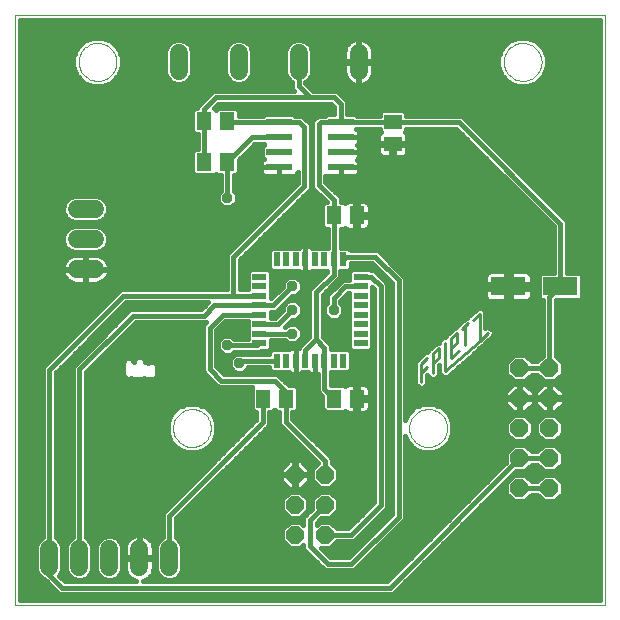
<source format=gtl>
G75*
G70*
%OFA0B0*%
%FSLAX24Y24*%
%IPPOS*%
%LPD*%
%AMOC8*
5,1,8,0,0,1.08239X$1,22.5*
%
%ADD10C,0.0000*%
%ADD11C,0.0080*%
%ADD12R,0.0220X0.0500*%
%ADD13R,0.0500X0.0220*%
%ADD14C,0.0600*%
%ADD15R,0.0866X0.0236*%
%ADD16R,0.0512X0.0591*%
%ADD17R,0.0591X0.0512*%
%ADD18OC8,0.0600*%
%ADD19R,0.1181X0.0630*%
%ADD20C,0.0160*%
%ADD21OC8,0.0356*%
%ADD22C,0.0100*%
D10*
X000574Y000574D02*
X020259Y000574D01*
X020259Y020259D01*
X000574Y020259D01*
X000574Y000574D01*
X005849Y006479D02*
X005851Y006529D01*
X005857Y006579D01*
X005867Y006628D01*
X005881Y006676D01*
X005898Y006723D01*
X005919Y006768D01*
X005944Y006812D01*
X005972Y006853D01*
X006004Y006892D01*
X006038Y006929D01*
X006075Y006963D01*
X006115Y006993D01*
X006157Y007020D01*
X006201Y007044D01*
X006247Y007065D01*
X006294Y007081D01*
X006342Y007094D01*
X006392Y007103D01*
X006441Y007108D01*
X006492Y007109D01*
X006542Y007106D01*
X006591Y007099D01*
X006640Y007088D01*
X006688Y007073D01*
X006734Y007055D01*
X006779Y007033D01*
X006822Y007007D01*
X006863Y006978D01*
X006902Y006946D01*
X006938Y006911D01*
X006970Y006873D01*
X007000Y006833D01*
X007027Y006790D01*
X007050Y006746D01*
X007069Y006700D01*
X007085Y006652D01*
X007097Y006603D01*
X007105Y006554D01*
X007109Y006504D01*
X007109Y006454D01*
X007105Y006404D01*
X007097Y006355D01*
X007085Y006306D01*
X007069Y006258D01*
X007050Y006212D01*
X007027Y006168D01*
X007000Y006125D01*
X006970Y006085D01*
X006938Y006047D01*
X006902Y006012D01*
X006863Y005980D01*
X006822Y005951D01*
X006779Y005925D01*
X006734Y005903D01*
X006688Y005885D01*
X006640Y005870D01*
X006591Y005859D01*
X006542Y005852D01*
X006492Y005849D01*
X006441Y005850D01*
X006392Y005855D01*
X006342Y005864D01*
X006294Y005877D01*
X006247Y005893D01*
X006201Y005914D01*
X006157Y005938D01*
X006115Y005965D01*
X006075Y005995D01*
X006038Y006029D01*
X006004Y006066D01*
X005972Y006105D01*
X005944Y006146D01*
X005919Y006190D01*
X005898Y006235D01*
X005881Y006282D01*
X005867Y006330D01*
X005857Y006379D01*
X005851Y006429D01*
X005849Y006479D01*
X013723Y006479D02*
X013725Y006529D01*
X013731Y006579D01*
X013741Y006628D01*
X013755Y006676D01*
X013772Y006723D01*
X013793Y006768D01*
X013818Y006812D01*
X013846Y006853D01*
X013878Y006892D01*
X013912Y006929D01*
X013949Y006963D01*
X013989Y006993D01*
X014031Y007020D01*
X014075Y007044D01*
X014121Y007065D01*
X014168Y007081D01*
X014216Y007094D01*
X014266Y007103D01*
X014315Y007108D01*
X014366Y007109D01*
X014416Y007106D01*
X014465Y007099D01*
X014514Y007088D01*
X014562Y007073D01*
X014608Y007055D01*
X014653Y007033D01*
X014696Y007007D01*
X014737Y006978D01*
X014776Y006946D01*
X014812Y006911D01*
X014844Y006873D01*
X014874Y006833D01*
X014901Y006790D01*
X014924Y006746D01*
X014943Y006700D01*
X014959Y006652D01*
X014971Y006603D01*
X014979Y006554D01*
X014983Y006504D01*
X014983Y006454D01*
X014979Y006404D01*
X014971Y006355D01*
X014959Y006306D01*
X014943Y006258D01*
X014924Y006212D01*
X014901Y006168D01*
X014874Y006125D01*
X014844Y006085D01*
X014812Y006047D01*
X014776Y006012D01*
X014737Y005980D01*
X014696Y005951D01*
X014653Y005925D01*
X014608Y005903D01*
X014562Y005885D01*
X014514Y005870D01*
X014465Y005859D01*
X014416Y005852D01*
X014366Y005849D01*
X014315Y005850D01*
X014266Y005855D01*
X014216Y005864D01*
X014168Y005877D01*
X014121Y005893D01*
X014075Y005914D01*
X014031Y005938D01*
X013989Y005965D01*
X013949Y005995D01*
X013912Y006029D01*
X013878Y006066D01*
X013846Y006105D01*
X013818Y006146D01*
X013793Y006190D01*
X013772Y006235D01*
X013755Y006282D01*
X013741Y006330D01*
X013731Y006379D01*
X013725Y006429D01*
X013723Y006479D01*
X016873Y018684D02*
X016875Y018734D01*
X016881Y018784D01*
X016891Y018833D01*
X016905Y018881D01*
X016922Y018928D01*
X016943Y018973D01*
X016968Y019017D01*
X016996Y019058D01*
X017028Y019097D01*
X017062Y019134D01*
X017099Y019168D01*
X017139Y019198D01*
X017181Y019225D01*
X017225Y019249D01*
X017271Y019270D01*
X017318Y019286D01*
X017366Y019299D01*
X017416Y019308D01*
X017465Y019313D01*
X017516Y019314D01*
X017566Y019311D01*
X017615Y019304D01*
X017664Y019293D01*
X017712Y019278D01*
X017758Y019260D01*
X017803Y019238D01*
X017846Y019212D01*
X017887Y019183D01*
X017926Y019151D01*
X017962Y019116D01*
X017994Y019078D01*
X018024Y019038D01*
X018051Y018995D01*
X018074Y018951D01*
X018093Y018905D01*
X018109Y018857D01*
X018121Y018808D01*
X018129Y018759D01*
X018133Y018709D01*
X018133Y018659D01*
X018129Y018609D01*
X018121Y018560D01*
X018109Y018511D01*
X018093Y018463D01*
X018074Y018417D01*
X018051Y018373D01*
X018024Y018330D01*
X017994Y018290D01*
X017962Y018252D01*
X017926Y018217D01*
X017887Y018185D01*
X017846Y018156D01*
X017803Y018130D01*
X017758Y018108D01*
X017712Y018090D01*
X017664Y018075D01*
X017615Y018064D01*
X017566Y018057D01*
X017516Y018054D01*
X017465Y018055D01*
X017416Y018060D01*
X017366Y018069D01*
X017318Y018082D01*
X017271Y018098D01*
X017225Y018119D01*
X017181Y018143D01*
X017139Y018170D01*
X017099Y018200D01*
X017062Y018234D01*
X017028Y018271D01*
X016996Y018310D01*
X016968Y018351D01*
X016943Y018395D01*
X016922Y018440D01*
X016905Y018487D01*
X016891Y018535D01*
X016881Y018584D01*
X016875Y018634D01*
X016873Y018684D01*
X002700Y018684D02*
X002702Y018734D01*
X002708Y018784D01*
X002718Y018833D01*
X002732Y018881D01*
X002749Y018928D01*
X002770Y018973D01*
X002795Y019017D01*
X002823Y019058D01*
X002855Y019097D01*
X002889Y019134D01*
X002926Y019168D01*
X002966Y019198D01*
X003008Y019225D01*
X003052Y019249D01*
X003098Y019270D01*
X003145Y019286D01*
X003193Y019299D01*
X003243Y019308D01*
X003292Y019313D01*
X003343Y019314D01*
X003393Y019311D01*
X003442Y019304D01*
X003491Y019293D01*
X003539Y019278D01*
X003585Y019260D01*
X003630Y019238D01*
X003673Y019212D01*
X003714Y019183D01*
X003753Y019151D01*
X003789Y019116D01*
X003821Y019078D01*
X003851Y019038D01*
X003878Y018995D01*
X003901Y018951D01*
X003920Y018905D01*
X003936Y018857D01*
X003948Y018808D01*
X003956Y018759D01*
X003960Y018709D01*
X003960Y018659D01*
X003956Y018609D01*
X003948Y018560D01*
X003936Y018511D01*
X003920Y018463D01*
X003901Y018417D01*
X003878Y018373D01*
X003851Y018330D01*
X003821Y018290D01*
X003789Y018252D01*
X003753Y018217D01*
X003714Y018185D01*
X003673Y018156D01*
X003630Y018130D01*
X003585Y018108D01*
X003539Y018090D01*
X003491Y018075D01*
X003442Y018064D01*
X003393Y018057D01*
X003343Y018054D01*
X003292Y018055D01*
X003243Y018060D01*
X003193Y018069D01*
X003145Y018082D01*
X003098Y018098D01*
X003052Y018119D01*
X003008Y018143D01*
X002966Y018170D01*
X002926Y018200D01*
X002889Y018234D01*
X002855Y018271D01*
X002823Y018310D01*
X002795Y018351D01*
X002770Y018395D01*
X002749Y018440D01*
X002732Y018487D01*
X002718Y018535D01*
X002708Y018584D01*
X002702Y018634D01*
X002700Y018684D01*
D11*
X004944Y009195D02*
X004944Y008875D01*
X004944Y008982D02*
X005105Y009089D01*
X005251Y009089D02*
X005305Y009089D01*
X005305Y008875D01*
X005358Y008875D02*
X005251Y008875D01*
X005105Y008875D02*
X004944Y008982D01*
X005305Y009195D02*
X005305Y009249D01*
X005497Y009089D02*
X005497Y008928D01*
X005550Y008875D01*
X005710Y008875D01*
X005710Y009089D01*
D12*
X009314Y008726D03*
X009629Y008726D03*
X009944Y008726D03*
X010259Y008726D03*
X010574Y008726D03*
X010889Y008726D03*
X011204Y008726D03*
X011519Y008726D03*
X011519Y012106D03*
X011204Y012106D03*
X010889Y012106D03*
X010574Y012106D03*
X010259Y012106D03*
X009944Y012106D03*
X009629Y012106D03*
X009314Y012106D03*
D13*
X008726Y011519D03*
X008726Y011204D03*
X008726Y010889D03*
X008726Y010574D03*
X008726Y010259D03*
X008726Y009944D03*
X008726Y009629D03*
X008726Y009314D03*
X012106Y009314D03*
X012106Y009629D03*
X012106Y009944D03*
X012106Y010259D03*
X012106Y010574D03*
X012106Y010889D03*
X012106Y011204D03*
X012106Y011519D03*
D14*
X012038Y018384D02*
X012038Y018984D01*
X010038Y018984D02*
X010038Y018384D01*
X008038Y018384D02*
X008038Y018984D01*
X006038Y018984D02*
X006038Y018384D01*
X003236Y013778D02*
X002636Y013778D01*
X002636Y012778D02*
X003236Y012778D01*
X003236Y011778D02*
X002636Y011778D01*
X002723Y002449D02*
X002723Y001849D01*
X003723Y001849D02*
X003723Y002449D01*
X004723Y002449D02*
X004723Y001849D01*
X005723Y001849D02*
X005723Y002449D01*
X001723Y002449D02*
X001723Y001849D01*
D15*
X009393Y015178D03*
X009393Y015678D03*
X009393Y016178D03*
X009393Y016678D03*
X011440Y016678D03*
X011440Y016178D03*
X011440Y015678D03*
X011440Y015178D03*
D16*
X011223Y013566D03*
X011971Y013566D03*
X007641Y015337D03*
X006893Y015337D03*
X006893Y016715D03*
X007641Y016715D03*
X008861Y007463D03*
X009609Y007463D03*
X011223Y007463D03*
X011971Y007463D03*
D17*
X013172Y015948D03*
X013172Y016696D03*
D18*
X017397Y008479D03*
X018397Y008479D03*
X018397Y007479D03*
X018397Y006479D03*
X018397Y005479D03*
X018397Y004479D03*
X017397Y004479D03*
X017397Y005479D03*
X017397Y006479D03*
X017397Y007479D03*
X010916Y004920D03*
X009916Y004920D03*
X009916Y003920D03*
X009916Y002920D03*
X010916Y002920D03*
X010916Y003920D03*
D19*
X017030Y011204D03*
X018763Y011204D03*
D20*
X018763Y013290D01*
X015375Y016678D01*
X013154Y016678D01*
X011440Y016678D01*
X010773Y016678D01*
X010711Y016617D01*
X010711Y014589D01*
X011223Y014078D01*
X011223Y013566D01*
X011223Y012126D01*
X011204Y012106D01*
X011204Y011597D01*
X010613Y011007D01*
X010613Y009432D01*
X010889Y009156D01*
X010889Y008726D01*
X010889Y007798D01*
X011223Y007463D01*
X010827Y007389D02*
X010005Y007389D01*
X010005Y007231D02*
X010827Y007231D01*
X010827Y007110D02*
X010909Y007028D01*
X011537Y007028D01*
X011570Y007061D01*
X011571Y007058D01*
X011605Y007024D01*
X011646Y007000D01*
X011692Y006988D01*
X011923Y006988D01*
X011923Y007416D01*
X012019Y007416D01*
X012019Y007511D01*
X012407Y007511D01*
X012407Y007782D01*
X012395Y007828D01*
X012371Y007869D01*
X012338Y007903D01*
X012297Y007926D01*
X012251Y007939D01*
X012019Y007939D01*
X012019Y007511D01*
X011923Y007511D01*
X011923Y007939D01*
X011692Y007939D01*
X011646Y007926D01*
X011605Y007903D01*
X011571Y007869D01*
X011570Y007866D01*
X011537Y007899D01*
X011109Y007899D01*
X011109Y008336D01*
X011687Y008336D01*
X011769Y008418D01*
X011769Y009034D01*
X011687Y009116D01*
X011109Y009116D01*
X011109Y009248D01*
X010833Y009523D01*
X010833Y010916D01*
X011295Y011377D01*
X011424Y011506D01*
X011424Y011716D01*
X011687Y011716D01*
X011769Y011798D01*
X011769Y011968D01*
X012490Y011968D01*
X013149Y011309D01*
X013149Y003618D01*
X011703Y002172D01*
X011098Y002172D01*
X010789Y002480D01*
X011098Y002480D01*
X011318Y002700D01*
X011870Y002700D01*
X012998Y003829D01*
X012998Y011295D01*
X012870Y011424D01*
X012870Y011424D01*
X012683Y011610D01*
X012555Y011739D01*
X012444Y011739D01*
X012414Y011769D01*
X011798Y011769D01*
X011716Y011687D01*
X011716Y011424D01*
X011506Y011424D01*
X011377Y011295D01*
X010984Y010901D01*
X010984Y010646D01*
X010886Y010548D01*
X010886Y010284D01*
X011072Y010098D01*
X011335Y010098D01*
X011522Y010284D01*
X011522Y010548D01*
X011424Y010646D01*
X011424Y010719D01*
X011688Y010984D01*
X011716Y010984D01*
X011716Y009146D01*
X011798Y009064D01*
X012414Y009064D01*
X012496Y009146D01*
X012496Y011175D01*
X012558Y011112D01*
X012558Y004011D01*
X011687Y003140D01*
X011318Y003140D01*
X011098Y003360D01*
X010734Y003360D01*
X010636Y003262D01*
X010636Y003329D01*
X010787Y003480D01*
X011098Y003480D01*
X011356Y003738D01*
X011356Y004102D01*
X011098Y004360D01*
X010734Y004360D01*
X010476Y004102D01*
X010476Y003791D01*
X010325Y003640D01*
X010196Y003511D01*
X010196Y003262D01*
X010098Y003360D01*
X009734Y003360D01*
X009476Y003102D01*
X009476Y002738D01*
X009734Y002480D01*
X010098Y002480D01*
X010196Y002578D01*
X010196Y002451D01*
X010325Y002322D01*
X010787Y001861D01*
X010916Y001732D01*
X011885Y001732D01*
X013589Y003435D01*
X013589Y006208D01*
X013667Y006020D01*
X013894Y005793D01*
X014192Y005669D01*
X014514Y005669D01*
X014812Y005793D01*
X015040Y006020D01*
X015163Y006318D01*
X015163Y006640D01*
X015040Y006938D01*
X014812Y007166D01*
X014514Y007289D01*
X014192Y007289D01*
X013894Y007166D01*
X013667Y006938D01*
X013589Y006751D01*
X013589Y011492D01*
X013460Y011620D01*
X012802Y012279D01*
X012673Y012408D01*
X011769Y012408D01*
X011769Y012414D01*
X011687Y012496D01*
X011443Y012496D01*
X011443Y013131D01*
X011537Y013131D01*
X011570Y013163D01*
X011571Y013160D01*
X011605Y013127D01*
X011646Y013103D01*
X011692Y013091D01*
X011923Y013091D01*
X011923Y013518D01*
X012019Y013518D01*
X012019Y013091D01*
X012251Y013091D01*
X012297Y013103D01*
X012338Y013127D01*
X012371Y013160D01*
X012395Y013201D01*
X012407Y013247D01*
X012407Y013518D01*
X012019Y013518D01*
X012019Y013614D01*
X011923Y013614D01*
X011923Y014041D01*
X011692Y014041D01*
X011646Y014029D01*
X011605Y014005D01*
X011571Y013972D01*
X011570Y013969D01*
X011537Y014001D01*
X011443Y014001D01*
X011443Y014169D01*
X010931Y014681D01*
X010931Y014896D01*
X010937Y014892D01*
X010983Y014880D01*
X011440Y014880D01*
X011897Y014880D01*
X011942Y014892D01*
X011983Y014916D01*
X012017Y014949D01*
X012041Y014990D01*
X012053Y015036D01*
X012053Y015178D01*
X011440Y015178D01*
X011440Y015178D01*
X012053Y015178D01*
X012053Y015320D01*
X012041Y015366D01*
X012017Y015407D01*
X011996Y015428D01*
X012017Y015449D01*
X012041Y015490D01*
X012053Y015536D01*
X012053Y015678D01*
X011440Y015678D01*
X011440Y015678D01*
X012053Y015678D01*
X012053Y015820D01*
X012041Y015866D01*
X012017Y015907D01*
X011996Y015928D01*
X012017Y015949D01*
X012041Y015990D01*
X012053Y016036D01*
X012053Y016178D01*
X011440Y016178D01*
X011440Y016178D01*
X012053Y016178D01*
X012053Y016320D01*
X012041Y016366D01*
X012017Y016407D01*
X011983Y016440D01*
X011963Y016452D01*
X011969Y016458D01*
X012737Y016458D01*
X012737Y016382D01*
X012769Y016349D01*
X012766Y016348D01*
X012733Y016314D01*
X012709Y016273D01*
X012697Y016227D01*
X012697Y015996D01*
X013124Y015996D01*
X013124Y015900D01*
X012697Y015900D01*
X012697Y015668D01*
X012709Y015622D01*
X012733Y015581D01*
X012766Y015548D01*
X012807Y015524D01*
X012853Y015512D01*
X013124Y015512D01*
X013124Y015900D01*
X013220Y015900D01*
X013220Y015996D01*
X013647Y015996D01*
X013647Y016227D01*
X013635Y016273D01*
X013611Y016314D01*
X013578Y016348D01*
X013575Y016349D01*
X013607Y016382D01*
X013607Y016458D01*
X015284Y016458D01*
X018543Y013199D01*
X018543Y011659D01*
X018114Y011659D01*
X018032Y011577D01*
X018032Y010831D01*
X018114Y010749D01*
X018177Y010749D01*
X018177Y008881D01*
X017994Y008699D01*
X017799Y008699D01*
X017579Y008919D01*
X017214Y008919D01*
X016957Y008661D01*
X016957Y008297D01*
X017214Y008039D01*
X017579Y008039D01*
X017799Y008259D01*
X017994Y008259D01*
X018214Y008039D01*
X018579Y008039D01*
X018837Y008297D01*
X018837Y008661D01*
X018617Y008881D01*
X018617Y010746D01*
X018619Y010749D01*
X019411Y010749D01*
X019493Y010831D01*
X019493Y011577D01*
X019411Y011659D01*
X018983Y011659D01*
X018983Y013381D01*
X015466Y016898D01*
X013607Y016898D01*
X013607Y017010D01*
X013525Y017092D01*
X012819Y017092D01*
X012737Y017010D01*
X012737Y016898D01*
X011969Y016898D01*
X011931Y016936D01*
X011660Y016936D01*
X011660Y017373D01*
X011531Y017502D01*
X011439Y017594D01*
X011310Y017723D01*
X010507Y017723D01*
X010258Y017972D01*
X010258Y017999D01*
X010288Y018011D01*
X010411Y018135D01*
X010478Y018296D01*
X010478Y019071D01*
X010411Y019233D01*
X010288Y019357D01*
X010126Y019424D01*
X009951Y019424D01*
X009789Y019357D01*
X009665Y019233D01*
X009598Y019071D01*
X009598Y018296D01*
X009665Y018135D01*
X009789Y018011D01*
X009818Y017999D01*
X009818Y017790D01*
X009885Y017723D01*
X007175Y017723D01*
X006782Y017329D01*
X006653Y017200D01*
X006653Y017151D01*
X006579Y017151D01*
X006497Y017069D01*
X006497Y016362D01*
X006579Y016280D01*
X006673Y016280D01*
X006673Y015773D01*
X006579Y015773D01*
X006497Y015691D01*
X006497Y014984D01*
X006579Y014902D01*
X007206Y014902D01*
X007267Y014962D01*
X007327Y014902D01*
X007440Y014902D01*
X007440Y014386D01*
X007342Y014288D01*
X007342Y014025D01*
X007529Y013838D01*
X007792Y013838D01*
X007978Y014025D01*
X007978Y014288D01*
X007880Y014386D01*
X007880Y014902D01*
X007955Y014902D01*
X008037Y014984D01*
X008037Y015422D01*
X008572Y015958D01*
X008863Y015958D01*
X008893Y015928D01*
X008820Y015854D01*
X008820Y015502D01*
X008869Y015452D01*
X008849Y015440D01*
X008815Y015407D01*
X008792Y015366D01*
X008780Y015320D01*
X008780Y015178D01*
X008780Y015036D01*
X008792Y014990D01*
X008815Y014949D01*
X008849Y014916D01*
X008890Y014892D01*
X008936Y014880D01*
X009393Y014880D01*
X009849Y014880D01*
X009895Y014892D01*
X009936Y014916D01*
X009970Y014949D01*
X009993Y014990D01*
X009999Y015013D01*
X009999Y014641D01*
X007766Y012408D01*
X007637Y012279D01*
X007637Y011109D01*
X004105Y011109D01*
X003976Y010980D01*
X003976Y010980D01*
X001632Y008636D01*
X001503Y008507D01*
X001503Y002834D01*
X001474Y002822D01*
X001350Y002698D01*
X001283Y002536D01*
X001283Y001761D01*
X001350Y001599D01*
X001474Y001475D01*
X001563Y001439D01*
X001929Y001073D01*
X002057Y000944D01*
X013173Y000944D01*
X013302Y001073D01*
X017268Y005039D01*
X017579Y005039D01*
X017799Y005259D01*
X017994Y005259D01*
X018214Y005039D01*
X018579Y005039D01*
X018837Y005297D01*
X018837Y005661D01*
X018579Y005919D01*
X018214Y005919D01*
X017994Y005699D01*
X017799Y005699D01*
X017579Y005919D01*
X017214Y005919D01*
X016957Y005661D01*
X016957Y005350D01*
X012990Y001384D01*
X004848Y001384D01*
X004908Y001404D01*
X004975Y001438D01*
X005036Y001482D01*
X005089Y001536D01*
X005134Y001597D01*
X005168Y001664D01*
X005191Y001736D01*
X005203Y001811D01*
X005203Y002129D01*
X004743Y002129D01*
X004743Y002169D01*
X004703Y002169D01*
X004703Y002929D01*
X004686Y002929D01*
X004611Y002917D01*
X004539Y002893D01*
X004472Y002859D01*
X004411Y002815D01*
X004357Y002761D01*
X004313Y002700D01*
X004278Y002633D01*
X004255Y002561D01*
X004243Y002486D01*
X004243Y002169D01*
X004703Y002169D01*
X004703Y002129D01*
X004243Y002129D01*
X004243Y001811D01*
X004255Y001736D01*
X004278Y001664D01*
X004313Y001597D01*
X004357Y001536D01*
X004411Y001482D01*
X004472Y001438D01*
X004539Y001404D01*
X004599Y001384D01*
X002240Y001384D01*
X002060Y001563D01*
X002096Y001599D01*
X002163Y001761D01*
X002163Y002536D01*
X002096Y002698D01*
X001973Y002822D01*
X001943Y002834D01*
X001943Y008325D01*
X004287Y010669D01*
X007011Y010669D01*
X007007Y010665D01*
X007007Y010665D01*
X006782Y010439D01*
X004420Y010439D01*
X002632Y008652D01*
X002503Y008523D01*
X002503Y002834D01*
X002474Y002822D01*
X002350Y002698D01*
X002283Y002536D01*
X002283Y001761D01*
X002350Y001599D01*
X002474Y001475D01*
X002636Y001409D01*
X002811Y001409D01*
X002973Y001475D01*
X003096Y001599D01*
X003163Y001761D01*
X003163Y002536D01*
X003096Y002698D01*
X002973Y002822D01*
X002943Y002834D01*
X002943Y008341D01*
X004602Y009999D01*
X006932Y009999D01*
X006850Y009917D01*
X006850Y008357D01*
X007243Y007963D01*
X007372Y007834D01*
X008482Y007834D01*
X008465Y007817D01*
X008465Y007110D01*
X008547Y007028D01*
X008621Y007028D01*
X008621Y006767D01*
X005632Y003778D01*
X005503Y003649D01*
X005503Y002834D01*
X005474Y002822D01*
X005350Y002698D01*
X005283Y002536D01*
X005283Y001761D01*
X005350Y001599D01*
X005474Y001475D01*
X005636Y001409D01*
X005811Y001409D01*
X005973Y001475D01*
X006096Y001599D01*
X006163Y001761D01*
X006163Y002536D01*
X006096Y002698D01*
X005973Y002822D01*
X005943Y002834D01*
X005943Y003467D01*
X008933Y006456D01*
X009061Y006585D01*
X009061Y007028D01*
X009175Y007028D01*
X009235Y007088D01*
X009295Y007028D01*
X009389Y007028D01*
X009389Y006605D01*
X009518Y006476D01*
X010684Y005310D01*
X010476Y005102D01*
X010476Y004738D01*
X010734Y004480D01*
X011098Y004480D01*
X011356Y004738D01*
X011356Y005102D01*
X011136Y005322D01*
X011136Y005480D01*
X009829Y006787D01*
X009829Y007028D01*
X009923Y007028D01*
X010005Y007110D01*
X010005Y007817D01*
X009923Y007899D01*
X009702Y007899D01*
X009326Y008274D01*
X007555Y008274D01*
X007290Y008539D01*
X007290Y009735D01*
X007594Y010039D01*
X008336Y010039D01*
X008336Y009455D01*
X007890Y009455D01*
X007792Y009553D01*
X007529Y009553D01*
X007342Y009367D01*
X007342Y009103D01*
X007529Y008917D01*
X007792Y008917D01*
X007890Y009015D01*
X008739Y009015D01*
X008787Y009064D01*
X009034Y009064D01*
X009116Y009146D01*
X009116Y009409D01*
X009596Y009409D01*
X009694Y009311D01*
X009957Y009311D01*
X010144Y009497D01*
X010144Y009761D01*
X009957Y009947D01*
X009694Y009947D01*
X009596Y009849D01*
X009569Y009849D01*
X009819Y010098D01*
X009957Y010098D01*
X010144Y010284D01*
X010144Y010548D01*
X009957Y010734D01*
X009694Y010734D01*
X009508Y010548D01*
X009508Y010409D01*
X009262Y010164D01*
X009116Y010164D01*
X009116Y010354D01*
X009287Y010354D01*
X009819Y010886D01*
X009957Y010886D01*
X010144Y011072D01*
X010144Y011335D01*
X009957Y011522D01*
X009694Y011522D01*
X009508Y011335D01*
X009508Y011197D01*
X009116Y010805D01*
X009116Y011687D01*
X009034Y011769D01*
X008418Y011769D01*
X008336Y011687D01*
X008336Y011109D01*
X008077Y011109D01*
X008077Y012097D01*
X010310Y014330D01*
X010310Y014330D01*
X010439Y014459D01*
X010439Y016610D01*
X010151Y016898D01*
X009922Y016898D01*
X009884Y016936D01*
X008902Y016936D01*
X008863Y016898D01*
X008037Y016898D01*
X008037Y017069D01*
X007955Y017151D01*
X007327Y017151D01*
X007267Y017091D01*
X007216Y017141D01*
X007358Y017283D01*
X011128Y017283D01*
X011220Y017191D01*
X011220Y016936D01*
X010949Y016936D01*
X010911Y016898D01*
X010681Y016898D01*
X010553Y016769D01*
X010491Y016708D01*
X010491Y014498D01*
X010989Y014001D01*
X010909Y014001D01*
X010827Y013919D01*
X010827Y013213D01*
X010909Y013131D01*
X011003Y013131D01*
X011003Y012496D01*
X010483Y012496D01*
X010479Y012500D01*
X010438Y012524D01*
X010392Y012536D01*
X010259Y012536D01*
X010259Y012106D01*
X010259Y011676D01*
X010392Y011676D01*
X010438Y011688D01*
X010479Y011712D01*
X010483Y011716D01*
X010984Y011716D01*
X010984Y011688D01*
X010522Y011227D01*
X010393Y011098D01*
X010393Y009523D01*
X010039Y009169D01*
X010039Y009156D01*
X009944Y009156D01*
X009944Y008726D01*
X009944Y008296D01*
X010077Y008296D01*
X010123Y008308D01*
X010164Y008332D01*
X010168Y008336D01*
X010349Y008336D01*
X010353Y008332D01*
X010394Y008308D01*
X010440Y008296D01*
X010574Y008296D01*
X010669Y008296D01*
X010669Y007707D01*
X010827Y007548D01*
X010827Y007110D01*
X010865Y007072D02*
X009967Y007072D01*
X009829Y006914D02*
X012558Y006914D01*
X012558Y007072D02*
X012380Y007072D01*
X012371Y007058D02*
X012395Y007099D01*
X012407Y007144D01*
X012407Y007416D01*
X012019Y007416D01*
X012019Y006988D01*
X012251Y006988D01*
X012297Y007000D01*
X012338Y007024D01*
X012371Y007058D01*
X012407Y007231D02*
X012558Y007231D01*
X012558Y007389D02*
X012407Y007389D01*
X012407Y007548D02*
X012558Y007548D01*
X012558Y007706D02*
X012407Y007706D01*
X012374Y007865D02*
X012558Y007865D01*
X012558Y008023D02*
X011109Y008023D01*
X011109Y008182D02*
X012558Y008182D01*
X012558Y008340D02*
X011691Y008340D01*
X011769Y008499D02*
X012558Y008499D01*
X012558Y008657D02*
X011769Y008657D01*
X011769Y008816D02*
X012558Y008816D01*
X012558Y008974D02*
X011769Y008974D01*
X011729Y009133D02*
X011109Y009133D01*
X011065Y009291D02*
X011716Y009291D01*
X011716Y009450D02*
X010906Y009450D01*
X010833Y009608D02*
X011716Y009608D01*
X011716Y009767D02*
X010833Y009767D01*
X010833Y009925D02*
X011716Y009925D01*
X011716Y010084D02*
X010833Y010084D01*
X010833Y010242D02*
X010928Y010242D01*
X010886Y010401D02*
X010833Y010401D01*
X010833Y010559D02*
X010897Y010559D01*
X010833Y010718D02*
X010984Y010718D01*
X010984Y010876D02*
X010833Y010876D01*
X010952Y011035D02*
X011117Y011035D01*
X011111Y011193D02*
X011276Y011193D01*
X011269Y011352D02*
X011434Y011352D01*
X011295Y011377D02*
X011295Y011377D01*
X011424Y011510D02*
X011716Y011510D01*
X011716Y011669D02*
X011424Y011669D01*
X011769Y011827D02*
X012631Y011827D01*
X012624Y011669D02*
X012790Y011669D01*
X012683Y011610D02*
X012683Y011610D01*
X012783Y011510D02*
X012948Y011510D01*
X012941Y011352D02*
X013107Y011352D01*
X013149Y011193D02*
X012998Y011193D01*
X012998Y011035D02*
X013149Y011035D01*
X013149Y010876D02*
X012998Y010876D01*
X012998Y010718D02*
X013149Y010718D01*
X013149Y010559D02*
X012998Y010559D01*
X012998Y010401D02*
X013149Y010401D01*
X013149Y010242D02*
X012998Y010242D01*
X012998Y010084D02*
X013149Y010084D01*
X013149Y009925D02*
X012998Y009925D01*
X012998Y009767D02*
X013149Y009767D01*
X013149Y009608D02*
X012998Y009608D01*
X012998Y009450D02*
X013149Y009450D01*
X013149Y009291D02*
X012998Y009291D01*
X012998Y009133D02*
X013149Y009133D01*
X013149Y008974D02*
X012998Y008974D01*
X012998Y008816D02*
X013149Y008816D01*
X013149Y008657D02*
X012998Y008657D01*
X012998Y008499D02*
X013149Y008499D01*
X013149Y008340D02*
X012998Y008340D01*
X012998Y008182D02*
X013149Y008182D01*
X013149Y008023D02*
X012998Y008023D01*
X012998Y007865D02*
X013149Y007865D01*
X013149Y007706D02*
X012998Y007706D01*
X012998Y007548D02*
X013149Y007548D01*
X013149Y007389D02*
X012998Y007389D01*
X012998Y007231D02*
X013149Y007231D01*
X013149Y007072D02*
X012998Y007072D01*
X012998Y006914D02*
X013149Y006914D01*
X013149Y006755D02*
X012998Y006755D01*
X012998Y006597D02*
X013149Y006597D01*
X013149Y006438D02*
X012998Y006438D01*
X012998Y006280D02*
X013149Y006280D01*
X013149Y006121D02*
X012998Y006121D01*
X012998Y005963D02*
X013149Y005963D01*
X013149Y005804D02*
X012998Y005804D01*
X012998Y005646D02*
X013149Y005646D01*
X013149Y005487D02*
X012998Y005487D01*
X012998Y005329D02*
X013149Y005329D01*
X013149Y005170D02*
X012998Y005170D01*
X012998Y005012D02*
X013149Y005012D01*
X013149Y004853D02*
X012998Y004853D01*
X012998Y004695D02*
X013149Y004695D01*
X013149Y004536D02*
X012998Y004536D01*
X012998Y004378D02*
X013149Y004378D01*
X013149Y004219D02*
X012998Y004219D01*
X012998Y004061D02*
X013149Y004061D01*
X013149Y003902D02*
X012998Y003902D01*
X012913Y003744D02*
X013149Y003744D01*
X013117Y003585D02*
X012755Y003585D01*
X012596Y003427D02*
X012958Y003427D01*
X012800Y003268D02*
X012438Y003268D01*
X012279Y003110D02*
X012641Y003110D01*
X012483Y002951D02*
X012121Y002951D01*
X011962Y002793D02*
X012324Y002793D01*
X012166Y002634D02*
X011253Y002634D01*
X010952Y002317D02*
X011849Y002317D01*
X012007Y002476D02*
X010794Y002476D01*
X010416Y002542D02*
X010416Y003420D01*
X010916Y003920D01*
X011204Y003585D02*
X012132Y003585D01*
X011974Y003427D02*
X010734Y003427D01*
X010642Y003268D02*
X010636Y003268D01*
X010916Y002920D02*
X011778Y002920D01*
X012778Y003920D01*
X012778Y011204D01*
X012463Y011519D01*
X012106Y011519D01*
X012106Y011204D02*
X011597Y011204D01*
X011204Y010810D01*
X011204Y010416D01*
X011522Y010401D02*
X011716Y010401D01*
X011716Y010559D02*
X011510Y010559D01*
X011424Y010718D02*
X011716Y010718D01*
X011716Y010876D02*
X011581Y010876D01*
X011479Y010242D02*
X011716Y010242D01*
X012496Y010242D02*
X012558Y010242D01*
X012558Y010084D02*
X012496Y010084D01*
X012496Y009925D02*
X012558Y009925D01*
X012558Y009767D02*
X012496Y009767D01*
X012496Y009608D02*
X012558Y009608D01*
X012558Y009450D02*
X012496Y009450D01*
X012496Y009291D02*
X012558Y009291D01*
X012558Y009133D02*
X012483Y009133D01*
X013589Y009133D02*
X014416Y009133D01*
X014440Y009156D02*
X014389Y009105D01*
X014334Y009058D01*
X014334Y009050D01*
X014329Y009045D01*
X014329Y009006D01*
X014240Y009006D01*
X014040Y008806D01*
X013929Y008695D01*
X013929Y007938D01*
X014040Y007826D01*
X014197Y007826D01*
X014309Y007938D01*
X014309Y008238D01*
X014329Y008258D01*
X014329Y008238D01*
X014440Y008126D01*
X014597Y008126D01*
X014709Y008238D01*
X014709Y008555D01*
X014729Y008573D01*
X014729Y008372D01*
X014725Y008299D01*
X014729Y008294D01*
X014729Y008288D01*
X014781Y008236D01*
X014829Y008181D01*
X014836Y008181D01*
X014840Y008176D01*
X014913Y008176D01*
X014986Y008172D01*
X014991Y008176D01*
X014997Y008176D01*
X015049Y008228D01*
X016137Y009198D01*
X016138Y009198D01*
X016142Y009201D01*
X016147Y009201D01*
X016199Y009253D01*
X016254Y009302D01*
X016254Y009303D01*
X016530Y009554D01*
X016537Y009711D01*
X016431Y009827D01*
X016274Y009835D01*
X016259Y009821D01*
X016259Y010286D01*
X016263Y010359D01*
X016259Y010364D01*
X016259Y010370D01*
X016207Y010422D01*
X016159Y010476D01*
X016152Y010477D01*
X016147Y010481D01*
X016074Y010481D01*
X016001Y010486D01*
X015997Y010481D01*
X015990Y010481D01*
X015938Y010430D01*
X015659Y010181D01*
X015658Y010163D01*
X015643Y010166D01*
X015530Y010081D01*
X015515Y010081D01*
X015469Y010035D01*
X015417Y009996D01*
X015415Y009981D01*
X015404Y009970D01*
X015279Y009845D01*
X015279Y009835D01*
X015253Y009836D01*
X015247Y009831D01*
X015240Y009831D01*
X015189Y009780D01*
X015047Y009656D01*
X015040Y009656D01*
X014989Y009605D01*
X014934Y009558D01*
X014934Y009550D01*
X014929Y009545D01*
X014929Y009506D01*
X014840Y009506D01*
X014729Y009395D01*
X014729Y009331D01*
X014725Y009331D01*
X014653Y009336D01*
X014647Y009331D01*
X014640Y009331D01*
X014589Y009280D01*
X014447Y009156D01*
X014440Y009156D01*
X014600Y009291D02*
X013589Y009291D01*
X013589Y009450D02*
X014783Y009450D01*
X014992Y009608D02*
X013589Y009608D01*
X013589Y009767D02*
X015173Y009767D01*
X015359Y009925D02*
X013589Y009925D01*
X013589Y010084D02*
X015534Y010084D01*
X015727Y010242D02*
X013589Y010242D01*
X013589Y010401D02*
X015906Y010401D01*
X016228Y010401D02*
X018177Y010401D01*
X018177Y010559D02*
X013589Y010559D01*
X013589Y010718D02*
X016382Y010718D01*
X016370Y010721D02*
X016416Y010709D01*
X016953Y010709D01*
X016953Y011126D01*
X017108Y011126D01*
X017108Y011281D01*
X017801Y011281D01*
X017801Y011542D01*
X017789Y011588D01*
X017765Y011629D01*
X017731Y011663D01*
X017690Y011686D01*
X017645Y011699D01*
X017108Y011699D01*
X017108Y011281D01*
X016953Y011281D01*
X016953Y011126D01*
X016260Y011126D01*
X016260Y010865D01*
X016272Y010819D01*
X016296Y010778D01*
X016329Y010745D01*
X016370Y010721D01*
X016260Y010876D02*
X013589Y010876D01*
X013589Y011035D02*
X016260Y011035D01*
X016260Y011281D02*
X016953Y011281D01*
X016953Y011699D01*
X016416Y011699D01*
X016370Y011686D01*
X016329Y011663D01*
X016296Y011629D01*
X016272Y011588D01*
X016260Y011542D01*
X016260Y011281D01*
X016260Y011352D02*
X013589Y011352D01*
X013589Y011193D02*
X016953Y011193D01*
X017108Y011193D02*
X018032Y011193D01*
X018032Y011035D02*
X017801Y011035D01*
X017801Y011126D02*
X017801Y010865D01*
X017789Y010819D01*
X017765Y010778D01*
X017731Y010745D01*
X017690Y010721D01*
X017645Y010709D01*
X017108Y010709D01*
X017108Y011126D01*
X017801Y011126D01*
X017801Y011352D02*
X018032Y011352D01*
X018032Y011510D02*
X017801Y011510D01*
X017721Y011669D02*
X018543Y011669D01*
X018543Y011827D02*
X013253Y011827D01*
X013095Y011986D02*
X018543Y011986D01*
X018543Y012144D02*
X012936Y012144D01*
X012778Y012303D02*
X018543Y012303D01*
X018543Y012461D02*
X011722Y012461D01*
X011600Y012188D02*
X011519Y012106D01*
X011600Y012188D02*
X012582Y012188D01*
X013369Y011400D01*
X013369Y003526D01*
X011794Y001952D01*
X011007Y001952D01*
X010416Y002542D01*
X010196Y002476D02*
X006163Y002476D01*
X006163Y002317D02*
X010330Y002317D01*
X010489Y002159D02*
X006163Y002159D01*
X006163Y002000D02*
X010647Y002000D01*
X010806Y001842D02*
X006163Y001842D01*
X006131Y001683D02*
X013289Y001683D01*
X013131Y001525D02*
X006022Y001525D01*
X005425Y001525D02*
X005078Y001525D01*
X005174Y001683D02*
X005316Y001683D01*
X005283Y001842D02*
X005203Y001842D01*
X005203Y002000D02*
X005283Y002000D01*
X005283Y002159D02*
X004743Y002159D01*
X004743Y002169D02*
X005203Y002169D01*
X005203Y002486D01*
X005191Y002561D01*
X005168Y002633D01*
X005134Y002700D01*
X005089Y002761D01*
X005036Y002815D01*
X004975Y002859D01*
X004908Y002893D01*
X004836Y002917D01*
X004761Y002929D01*
X004743Y002929D01*
X004743Y002169D01*
X004703Y002159D02*
X004163Y002159D01*
X004163Y002317D02*
X004243Y002317D01*
X004243Y002476D02*
X004163Y002476D01*
X004163Y002536D02*
X004096Y002698D01*
X003973Y002822D01*
X003811Y002889D01*
X003636Y002889D01*
X003474Y002822D01*
X003350Y002698D01*
X003283Y002536D01*
X003283Y001761D01*
X003350Y001599D01*
X003474Y001475D01*
X003636Y001409D01*
X003811Y001409D01*
X003973Y001475D01*
X004096Y001599D01*
X004163Y001761D01*
X004163Y002536D01*
X004123Y002634D02*
X004279Y002634D01*
X004389Y002793D02*
X004001Y002793D01*
X003445Y002793D02*
X003001Y002793D01*
X002943Y002951D02*
X005503Y002951D01*
X005503Y003110D02*
X002943Y003110D01*
X002943Y003268D02*
X005503Y003268D01*
X005503Y003427D02*
X002943Y003427D01*
X002943Y003585D02*
X005503Y003585D01*
X005598Y003744D02*
X002943Y003744D01*
X002943Y003902D02*
X005756Y003902D01*
X005915Y004061D02*
X002943Y004061D01*
X002943Y004219D02*
X006073Y004219D01*
X006232Y004378D02*
X002943Y004378D01*
X002943Y004536D02*
X006390Y004536D01*
X006549Y004695D02*
X002943Y004695D01*
X002943Y004853D02*
X006707Y004853D01*
X006866Y005012D02*
X002943Y005012D01*
X002943Y005170D02*
X007024Y005170D01*
X007183Y005329D02*
X002943Y005329D01*
X002943Y005487D02*
X007341Y005487D01*
X007500Y005646D02*
X002943Y005646D01*
X002943Y005804D02*
X006009Y005804D01*
X006020Y005793D02*
X006318Y005669D01*
X006640Y005669D01*
X006938Y005793D01*
X007166Y006020D01*
X007289Y006318D01*
X007289Y006640D01*
X007166Y006938D01*
X006938Y007166D01*
X006640Y007289D01*
X006318Y007289D01*
X006020Y007166D01*
X005793Y006938D01*
X005669Y006640D01*
X005669Y006318D01*
X005793Y006020D01*
X006020Y005793D01*
X005850Y005963D02*
X002943Y005963D01*
X002943Y006121D02*
X005751Y006121D01*
X005685Y006280D02*
X002943Y006280D01*
X002943Y006438D02*
X005669Y006438D01*
X005669Y006597D02*
X002943Y006597D01*
X002943Y006755D02*
X005717Y006755D01*
X005783Y006914D02*
X002943Y006914D01*
X002943Y007072D02*
X005927Y007072D01*
X006177Y007231D02*
X002943Y007231D01*
X002943Y007389D02*
X008465Y007389D01*
X008465Y007231D02*
X006781Y007231D01*
X007032Y007072D02*
X008503Y007072D01*
X008621Y006914D02*
X007176Y006914D01*
X007242Y006755D02*
X008609Y006755D01*
X008451Y006597D02*
X007289Y006597D01*
X007289Y006438D02*
X008292Y006438D01*
X008134Y006280D02*
X007273Y006280D01*
X007208Y006121D02*
X007975Y006121D01*
X007817Y005963D02*
X007108Y005963D01*
X006950Y005804D02*
X007658Y005804D01*
X007964Y005487D02*
X010507Y005487D01*
X010665Y005329D02*
X010186Y005329D01*
X010115Y005400D02*
X009936Y005400D01*
X009936Y004940D01*
X009896Y004940D01*
X009896Y004900D01*
X009436Y004900D01*
X009436Y004721D01*
X009717Y004440D01*
X009896Y004440D01*
X009896Y004900D01*
X009936Y004900D01*
X009936Y004440D01*
X010115Y004440D01*
X010396Y004721D01*
X010396Y004900D01*
X009936Y004900D01*
X009936Y004940D01*
X010396Y004940D01*
X010396Y005119D01*
X010115Y005400D01*
X009936Y005329D02*
X009896Y005329D01*
X009896Y005400D02*
X009717Y005400D01*
X009436Y005119D01*
X009436Y004940D01*
X009896Y004940D01*
X009896Y005400D01*
X009896Y005170D02*
X009936Y005170D01*
X009936Y005012D02*
X009896Y005012D01*
X009896Y004853D02*
X009936Y004853D01*
X009936Y004695D02*
X009896Y004695D01*
X009896Y004536D02*
X009936Y004536D01*
X010098Y004360D02*
X009734Y004360D01*
X009476Y004102D01*
X009476Y003738D01*
X009734Y003480D01*
X010098Y003480D01*
X010356Y003738D01*
X010356Y004102D01*
X010098Y004360D01*
X010239Y004219D02*
X010593Y004219D01*
X010476Y004061D02*
X010356Y004061D01*
X010356Y003902D02*
X010476Y003902D01*
X010429Y003744D02*
X010356Y003744D01*
X010270Y003585D02*
X010204Y003585D01*
X010196Y003427D02*
X005943Y003427D01*
X005943Y003268D02*
X009642Y003268D01*
X009484Y003110D02*
X005943Y003110D01*
X005943Y002951D02*
X009476Y002951D01*
X009476Y002793D02*
X006001Y002793D01*
X006123Y002634D02*
X009580Y002634D01*
X010190Y003268D02*
X010196Y003268D01*
X009629Y003585D02*
X006062Y003585D01*
X006220Y003744D02*
X009476Y003744D01*
X009476Y003902D02*
X006379Y003902D01*
X006537Y004061D02*
X009476Y004061D01*
X009593Y004219D02*
X006696Y004219D01*
X006854Y004378D02*
X012558Y004378D01*
X012558Y004536D02*
X011155Y004536D01*
X011313Y004695D02*
X012558Y004695D01*
X012558Y004853D02*
X011356Y004853D01*
X011356Y005012D02*
X012558Y005012D01*
X012558Y005170D02*
X011288Y005170D01*
X011136Y005329D02*
X012558Y005329D01*
X012558Y005487D02*
X011129Y005487D01*
X010970Y005646D02*
X012558Y005646D01*
X012558Y005804D02*
X010812Y005804D01*
X010653Y005963D02*
X012558Y005963D01*
X012558Y006121D02*
X010495Y006121D01*
X010336Y006280D02*
X012558Y006280D01*
X012558Y006438D02*
X010178Y006438D01*
X010019Y006597D02*
X012558Y006597D01*
X012558Y006755D02*
X009861Y006755D01*
X009609Y006696D02*
X009609Y007463D01*
X009609Y007680D01*
X009235Y008054D01*
X007463Y008054D01*
X007070Y008448D01*
X007070Y009826D01*
X007503Y010259D01*
X008726Y010259D01*
X008726Y010574D02*
X007227Y010574D01*
X006873Y010219D01*
X004511Y010219D01*
X002723Y008432D01*
X002723Y002149D01*
X003163Y002159D02*
X003283Y002159D01*
X003283Y002317D02*
X003163Y002317D01*
X003163Y002476D02*
X003283Y002476D01*
X003324Y002634D02*
X003123Y002634D01*
X002503Y002951D02*
X001943Y002951D01*
X001943Y003110D02*
X002503Y003110D01*
X002503Y003268D02*
X001943Y003268D01*
X001943Y003427D02*
X002503Y003427D01*
X002503Y003585D02*
X001943Y003585D01*
X001943Y003744D02*
X002503Y003744D01*
X002503Y003902D02*
X001943Y003902D01*
X001943Y004061D02*
X002503Y004061D01*
X002503Y004219D02*
X001943Y004219D01*
X001943Y004378D02*
X002503Y004378D01*
X002503Y004536D02*
X001943Y004536D01*
X001943Y004695D02*
X002503Y004695D01*
X002503Y004853D02*
X001943Y004853D01*
X001943Y005012D02*
X002503Y005012D01*
X002503Y005170D02*
X001943Y005170D01*
X001943Y005329D02*
X002503Y005329D01*
X002503Y005487D02*
X001943Y005487D01*
X001943Y005646D02*
X002503Y005646D01*
X002503Y005804D02*
X001943Y005804D01*
X001943Y005963D02*
X002503Y005963D01*
X002503Y006121D02*
X001943Y006121D01*
X001943Y006280D02*
X002503Y006280D01*
X002503Y006438D02*
X001943Y006438D01*
X001943Y006597D02*
X002503Y006597D01*
X002503Y006755D02*
X001943Y006755D01*
X001943Y006914D02*
X002503Y006914D01*
X002503Y007072D02*
X001943Y007072D01*
X001943Y007231D02*
X002503Y007231D01*
X002503Y007389D02*
X001943Y007389D01*
X001943Y007548D02*
X002503Y007548D01*
X002503Y007706D02*
X001943Y007706D01*
X001943Y007865D02*
X002503Y007865D01*
X002503Y008023D02*
X001943Y008023D01*
X001943Y008182D02*
X002503Y008182D01*
X002503Y008340D02*
X001958Y008340D01*
X002117Y008499D02*
X002503Y008499D01*
X002632Y008652D02*
X002632Y008652D01*
X002637Y008657D02*
X002275Y008657D01*
X002434Y008816D02*
X002796Y008816D01*
X002954Y008974D02*
X002592Y008974D01*
X002751Y009133D02*
X003113Y009133D01*
X003271Y009291D02*
X002909Y009291D01*
X003068Y009450D02*
X003430Y009450D01*
X003588Y009608D02*
X003226Y009608D01*
X003385Y009767D02*
X003747Y009767D01*
X003905Y009925D02*
X003543Y009925D01*
X003702Y010084D02*
X004064Y010084D01*
X004222Y010242D02*
X003860Y010242D01*
X004019Y010401D02*
X004381Y010401D01*
X004177Y010559D02*
X006902Y010559D01*
X006858Y009925D02*
X004528Y009925D01*
X004369Y009767D02*
X006850Y009767D01*
X006850Y009608D02*
X004211Y009608D01*
X004052Y009450D02*
X006850Y009450D01*
X006850Y009291D02*
X003894Y009291D01*
X003735Y009133D02*
X006850Y009133D01*
X006850Y008974D02*
X003577Y008974D01*
X003418Y008816D02*
X004617Y008816D01*
X004656Y008855D02*
X004551Y008750D01*
X004551Y008694D01*
X004551Y008695D01*
X004551Y008696D01*
X004445Y008802D01*
X004296Y008802D01*
X004191Y008696D01*
X004191Y008463D01*
X004180Y008446D01*
X004187Y008408D01*
X004180Y008370D01*
X004191Y008354D01*
X004191Y008227D01*
X004296Y008121D01*
X004445Y008121D01*
X004458Y008134D01*
X004493Y008110D01*
X004594Y008130D01*
X004603Y008121D01*
X004859Y008121D01*
X004880Y008143D01*
X004902Y008121D01*
X005211Y008121D01*
X005317Y008227D01*
X005317Y008589D01*
X005211Y008695D01*
X005062Y008695D01*
X005030Y008663D01*
X004998Y008695D01*
X004911Y008695D01*
X004911Y008750D01*
X004806Y008855D01*
X004656Y008855D01*
X004845Y008816D02*
X006850Y008816D01*
X006850Y008657D02*
X005249Y008657D01*
X005317Y008499D02*
X006850Y008499D01*
X006866Y008340D02*
X005317Y008340D01*
X005272Y008182D02*
X007025Y008182D01*
X007183Y008023D02*
X002943Y008023D01*
X002943Y007865D02*
X007342Y007865D01*
X007488Y008340D02*
X007908Y008340D01*
X007922Y008326D02*
X007736Y008513D01*
X007736Y008776D01*
X007922Y008963D01*
X008186Y008963D01*
X008202Y008946D01*
X009064Y008946D01*
X009064Y009034D01*
X009146Y009116D01*
X009719Y009116D01*
X009723Y009120D01*
X009764Y009144D01*
X009810Y009156D01*
X009944Y009156D01*
X009944Y008726D01*
X009944Y008726D01*
X009944Y008296D01*
X009810Y008296D01*
X009764Y008308D01*
X009723Y008332D01*
X009719Y008336D01*
X009146Y008336D01*
X009064Y008418D01*
X009064Y008506D01*
X008366Y008506D01*
X008186Y008326D01*
X007922Y008326D01*
X007750Y008499D02*
X007330Y008499D01*
X007290Y008657D02*
X007736Y008657D01*
X007775Y008816D02*
X007290Y008816D01*
X007290Y008974D02*
X007471Y008974D01*
X007342Y009133D02*
X007290Y009133D01*
X007290Y009291D02*
X007342Y009291D01*
X007290Y009450D02*
X007425Y009450D01*
X007290Y009608D02*
X008336Y009608D01*
X008336Y009767D02*
X007322Y009767D01*
X007480Y009925D02*
X008336Y009925D01*
X008726Y009944D02*
X009353Y009944D01*
X009826Y010416D01*
X010144Y010401D02*
X010393Y010401D01*
X010393Y010559D02*
X010133Y010559D01*
X009974Y010718D02*
X010393Y010718D01*
X010393Y010876D02*
X009809Y010876D01*
X009677Y010718D02*
X009651Y010718D01*
X009519Y010559D02*
X009492Y010559D01*
X009499Y010401D02*
X009334Y010401D01*
X009341Y010242D02*
X009116Y010242D01*
X009196Y010574D02*
X009826Y011204D01*
X010144Y011193D02*
X010488Y011193D01*
X010522Y011227D02*
X010522Y011227D01*
X010647Y011352D02*
X010127Y011352D01*
X009969Y011510D02*
X010805Y011510D01*
X010964Y011669D02*
X009116Y011669D01*
X009146Y011716D02*
X010034Y011716D01*
X010038Y011712D01*
X010079Y011688D01*
X010125Y011676D01*
X010259Y011676D01*
X010259Y012106D01*
X010259Y012106D01*
X010259Y012106D01*
X010259Y012536D01*
X010125Y012536D01*
X010079Y012524D01*
X010038Y012500D01*
X010034Y012496D01*
X009146Y012496D01*
X009064Y012414D01*
X009064Y011798D01*
X009146Y011716D01*
X009064Y011827D02*
X008077Y011827D01*
X008077Y011669D02*
X008336Y011669D01*
X008336Y011510D02*
X008077Y011510D01*
X008077Y011352D02*
X008336Y011352D01*
X008336Y011193D02*
X008077Y011193D01*
X007857Y010889D02*
X007857Y012188D01*
X010219Y014550D01*
X010219Y016519D01*
X010060Y016678D01*
X009393Y016678D01*
X007678Y016678D01*
X007641Y016715D01*
X008037Y016899D02*
X008865Y016899D01*
X008481Y016178D02*
X007641Y015337D01*
X007660Y015318D01*
X007660Y014156D01*
X007417Y014363D02*
X000754Y014363D01*
X000754Y014205D02*
X002515Y014205D01*
X002548Y014218D02*
X002387Y014151D01*
X002263Y014028D01*
X002196Y013866D01*
X002196Y013691D01*
X002263Y013529D01*
X002387Y013405D01*
X002548Y013338D01*
X003323Y013338D01*
X003485Y013405D01*
X003609Y013529D01*
X003676Y013691D01*
X003676Y013866D01*
X003609Y014028D01*
X003485Y014151D01*
X003323Y014218D01*
X002548Y014218D01*
X002281Y014046D02*
X000754Y014046D01*
X000754Y013888D02*
X002205Y013888D01*
X002196Y013729D02*
X000754Y013729D01*
X000754Y013571D02*
X002246Y013571D01*
X002380Y013412D02*
X000754Y013412D01*
X000754Y013254D02*
X008612Y013254D01*
X008770Y013412D02*
X003492Y013412D01*
X003626Y013571D02*
X008929Y013571D01*
X009087Y013729D02*
X003676Y013729D01*
X003667Y013888D02*
X007479Y013888D01*
X007342Y014046D02*
X003590Y014046D01*
X003357Y014205D02*
X007342Y014205D01*
X007440Y014522D02*
X000754Y014522D01*
X000754Y014680D02*
X007440Y014680D01*
X007440Y014839D02*
X000754Y014839D01*
X000754Y014997D02*
X006497Y014997D01*
X006497Y015156D02*
X000754Y015156D01*
X000754Y015314D02*
X006497Y015314D01*
X006497Y015473D02*
X000754Y015473D01*
X000754Y015631D02*
X006497Y015631D01*
X006673Y015790D02*
X000754Y015790D01*
X000754Y015948D02*
X006673Y015948D01*
X006673Y016107D02*
X000754Y016107D01*
X000754Y016265D02*
X006673Y016265D01*
X006497Y016424D02*
X000754Y016424D01*
X000754Y016582D02*
X006497Y016582D01*
X006497Y016741D02*
X000754Y016741D01*
X000754Y016899D02*
X006497Y016899D01*
X006497Y017058D02*
X000754Y017058D01*
X000754Y017216D02*
X006669Y017216D01*
X006827Y017375D02*
X000754Y017375D01*
X000754Y017533D02*
X006986Y017533D01*
X007144Y017692D02*
X000754Y017692D01*
X000754Y017850D02*
X009818Y017850D01*
X009794Y018009D02*
X008282Y018009D01*
X008288Y018011D02*
X008411Y018135D01*
X008478Y018296D01*
X008478Y019071D01*
X008411Y019233D01*
X008288Y019357D01*
X008126Y019424D01*
X007951Y019424D01*
X007789Y019357D01*
X007665Y019233D01*
X007598Y019071D01*
X007598Y018296D01*
X007665Y018135D01*
X007789Y018011D01*
X007951Y017944D01*
X008126Y017944D01*
X008288Y018011D01*
X008425Y018167D02*
X009652Y018167D01*
X009598Y018326D02*
X008478Y018326D01*
X008478Y018484D02*
X009598Y018484D01*
X009598Y018643D02*
X008478Y018643D01*
X008478Y018801D02*
X009598Y018801D01*
X009598Y018960D02*
X008478Y018960D01*
X008459Y019118D02*
X009618Y019118D01*
X009709Y019277D02*
X008368Y019277D01*
X007709Y019277D02*
X006368Y019277D01*
X006411Y019233D02*
X006288Y019357D01*
X006126Y019424D01*
X005951Y019424D01*
X005789Y019357D01*
X005665Y019233D01*
X005598Y019071D01*
X005598Y018296D01*
X005665Y018135D01*
X005789Y018011D01*
X005951Y017944D01*
X006126Y017944D01*
X006288Y018011D01*
X006411Y018135D01*
X006478Y018296D01*
X006478Y019071D01*
X006411Y019233D01*
X006459Y019118D02*
X007618Y019118D01*
X007598Y018960D02*
X006478Y018960D01*
X006478Y018801D02*
X007598Y018801D01*
X007598Y018643D02*
X006478Y018643D01*
X006478Y018484D02*
X007598Y018484D01*
X007598Y018326D02*
X006478Y018326D01*
X006425Y018167D02*
X007652Y018167D01*
X007794Y018009D02*
X006282Y018009D01*
X005794Y018009D02*
X003800Y018009D01*
X003788Y017997D02*
X004016Y018225D01*
X004140Y018523D01*
X004140Y018845D01*
X004016Y019143D01*
X003788Y019371D01*
X003491Y019494D01*
X003169Y019494D01*
X002871Y019371D01*
X002643Y019143D01*
X002520Y018845D01*
X002520Y018523D01*
X002643Y018225D01*
X002871Y017997D01*
X003169Y017874D01*
X003491Y017874D01*
X003788Y017997D01*
X003958Y018167D02*
X005652Y018167D01*
X005598Y018326D02*
X004058Y018326D01*
X004124Y018484D02*
X005598Y018484D01*
X005598Y018643D02*
X004140Y018643D01*
X004140Y018801D02*
X005598Y018801D01*
X005598Y018960D02*
X004092Y018960D01*
X004026Y019118D02*
X005618Y019118D01*
X005709Y019277D02*
X003882Y019277D01*
X003632Y019435D02*
X011874Y019435D01*
X011854Y019429D02*
X011787Y019394D01*
X011726Y019350D01*
X011672Y019297D01*
X011628Y019236D01*
X011593Y019168D01*
X011570Y019096D01*
X011558Y019022D01*
X011558Y018704D01*
X012018Y018704D01*
X012018Y018664D01*
X011558Y018664D01*
X011558Y018346D01*
X011570Y018272D01*
X011593Y018200D01*
X011628Y018132D01*
X011672Y018071D01*
X011726Y018018D01*
X011787Y017973D01*
X011854Y017939D01*
X011926Y017916D01*
X012000Y017904D01*
X012018Y017904D01*
X012018Y018664D01*
X012058Y018664D01*
X012058Y017904D01*
X012076Y017904D01*
X012151Y017916D01*
X012223Y017939D01*
X012290Y017973D01*
X012351Y018018D01*
X012404Y018071D01*
X012449Y018132D01*
X012483Y018200D01*
X012506Y018272D01*
X012518Y018346D01*
X012518Y018664D01*
X012058Y018664D01*
X012058Y018704D01*
X012018Y018704D01*
X012018Y019464D01*
X012000Y019464D01*
X011926Y019452D01*
X011854Y019429D01*
X012018Y019435D02*
X012058Y019435D01*
X012058Y019464D02*
X012058Y018704D01*
X012518Y018704D01*
X012518Y019022D01*
X012506Y019096D01*
X012483Y019168D01*
X012449Y019236D01*
X012404Y019297D01*
X012351Y019350D01*
X012290Y019394D01*
X012223Y019429D01*
X012151Y019452D01*
X012076Y019464D01*
X012058Y019464D01*
X012203Y019435D02*
X017200Y019435D01*
X017342Y019494D02*
X017044Y019371D01*
X016816Y019143D01*
X016693Y018845D01*
X016693Y018523D01*
X016816Y018225D01*
X017044Y017997D01*
X017342Y017874D01*
X017664Y017874D01*
X017962Y017997D01*
X018189Y018225D01*
X018313Y018523D01*
X018313Y018845D01*
X018189Y019143D01*
X017962Y019371D01*
X017664Y019494D01*
X017342Y019494D01*
X016950Y019277D02*
X012419Y019277D01*
X012499Y019118D02*
X016806Y019118D01*
X016740Y018960D02*
X012518Y018960D01*
X012518Y018801D02*
X016693Y018801D01*
X016693Y018643D02*
X012518Y018643D01*
X012518Y018484D02*
X016709Y018484D01*
X016775Y018326D02*
X012515Y018326D01*
X012467Y018167D02*
X016874Y018167D01*
X017033Y018009D02*
X012338Y018009D01*
X012058Y018009D02*
X012018Y018009D01*
X012018Y018167D02*
X012058Y018167D01*
X012058Y018326D02*
X012018Y018326D01*
X012018Y018484D02*
X012058Y018484D01*
X012058Y018643D02*
X012018Y018643D01*
X012018Y018801D02*
X012058Y018801D01*
X012058Y018960D02*
X012018Y018960D01*
X012018Y019118D02*
X012058Y019118D01*
X012058Y019277D02*
X012018Y019277D01*
X011658Y019277D02*
X010368Y019277D01*
X010459Y019118D02*
X011577Y019118D01*
X011558Y018960D02*
X010478Y018960D01*
X010478Y018801D02*
X011558Y018801D01*
X011558Y018643D02*
X010478Y018643D01*
X010478Y018484D02*
X011558Y018484D01*
X011562Y018326D02*
X010478Y018326D01*
X010425Y018167D02*
X011610Y018167D01*
X011738Y018009D02*
X010282Y018009D01*
X010380Y017850D02*
X020079Y017850D01*
X020079Y017692D02*
X011342Y017692D01*
X011439Y017594D02*
X011439Y017594D01*
X011500Y017533D02*
X020079Y017533D01*
X020079Y017375D02*
X011659Y017375D01*
X011660Y017216D02*
X020079Y017216D01*
X020079Y017058D02*
X013559Y017058D01*
X013607Y016899D02*
X020079Y016899D01*
X020079Y016741D02*
X015623Y016741D01*
X015782Y016582D02*
X020079Y016582D01*
X020079Y016424D02*
X015940Y016424D01*
X016099Y016265D02*
X020079Y016265D01*
X020079Y016107D02*
X016257Y016107D01*
X016416Y015948D02*
X020079Y015948D01*
X020079Y015790D02*
X016574Y015790D01*
X016733Y015631D02*
X020079Y015631D01*
X020079Y015473D02*
X016891Y015473D01*
X017050Y015314D02*
X020079Y015314D01*
X020079Y015156D02*
X017208Y015156D01*
X017367Y014997D02*
X020079Y014997D01*
X020079Y014839D02*
X017525Y014839D01*
X017684Y014680D02*
X020079Y014680D01*
X020079Y014522D02*
X017842Y014522D01*
X018001Y014363D02*
X020079Y014363D01*
X020079Y014205D02*
X018159Y014205D01*
X018318Y014046D02*
X020079Y014046D01*
X020079Y013888D02*
X018476Y013888D01*
X018635Y013729D02*
X020079Y013729D01*
X020079Y013571D02*
X018793Y013571D01*
X018952Y013412D02*
X020079Y013412D01*
X020079Y013254D02*
X018983Y013254D01*
X018983Y013095D02*
X020079Y013095D01*
X020079Y012937D02*
X018983Y012937D01*
X018983Y012778D02*
X020079Y012778D01*
X020079Y012620D02*
X018983Y012620D01*
X018983Y012461D02*
X020079Y012461D01*
X020079Y012303D02*
X018983Y012303D01*
X018983Y012144D02*
X020079Y012144D01*
X020079Y011986D02*
X018983Y011986D01*
X018983Y011827D02*
X020079Y011827D01*
X020079Y011669D02*
X018983Y011669D01*
X019493Y011510D02*
X020079Y011510D01*
X020079Y011352D02*
X019493Y011352D01*
X019493Y011193D02*
X020079Y011193D01*
X020079Y011035D02*
X019493Y011035D01*
X019493Y010876D02*
X020079Y010876D01*
X020079Y010718D02*
X018617Y010718D01*
X018617Y010559D02*
X020079Y010559D01*
X020079Y010401D02*
X018617Y010401D01*
X018617Y010242D02*
X020079Y010242D01*
X020079Y010084D02*
X018617Y010084D01*
X018617Y009925D02*
X020079Y009925D01*
X020079Y009767D02*
X018617Y009767D01*
X018617Y009608D02*
X020079Y009608D01*
X020079Y009450D02*
X018617Y009450D01*
X018617Y009291D02*
X020079Y009291D01*
X020079Y009133D02*
X018617Y009133D01*
X018617Y008974D02*
X020079Y008974D01*
X020079Y008816D02*
X018682Y008816D01*
X018837Y008657D02*
X020079Y008657D01*
X020079Y008499D02*
X018837Y008499D01*
X018837Y008340D02*
X020079Y008340D01*
X020079Y008182D02*
X018721Y008182D01*
X018595Y007959D02*
X018417Y007959D01*
X018417Y007499D01*
X018877Y007499D01*
X018877Y007678D01*
X018595Y007959D01*
X018690Y007865D02*
X020079Y007865D01*
X020079Y008023D02*
X014309Y008023D01*
X014309Y008182D02*
X014385Y008182D01*
X014653Y008182D02*
X014829Y008182D01*
X015003Y008182D02*
X017072Y008182D01*
X016957Y008340D02*
X015175Y008340D01*
X015353Y008499D02*
X016957Y008499D01*
X016957Y008657D02*
X015531Y008657D01*
X015708Y008816D02*
X017111Y008816D01*
X017397Y008479D02*
X018397Y008479D01*
X018397Y010837D01*
X018763Y011204D01*
X018177Y010718D02*
X017678Y010718D01*
X017801Y010876D02*
X018032Y010876D01*
X018177Y010242D02*
X016259Y010242D01*
X016259Y010084D02*
X018177Y010084D01*
X018177Y009925D02*
X016259Y009925D01*
X016487Y009767D02*
X018177Y009767D01*
X018177Y009608D02*
X016532Y009608D01*
X016415Y009450D02*
X018177Y009450D01*
X018177Y009291D02*
X016242Y009291D01*
X016064Y009133D02*
X018177Y009133D01*
X018177Y008974D02*
X015886Y008974D01*
X014729Y008499D02*
X014709Y008499D01*
X014709Y008340D02*
X014727Y008340D01*
X014236Y007865D02*
X017103Y007865D01*
X017198Y007959D02*
X016917Y007678D01*
X016917Y007499D01*
X017377Y007499D01*
X017377Y007959D01*
X017198Y007959D01*
X017377Y007865D02*
X017417Y007865D01*
X017417Y007959D02*
X017417Y007499D01*
X017877Y007499D01*
X017877Y007678D01*
X017595Y007959D01*
X017417Y007959D01*
X017690Y007865D02*
X018103Y007865D01*
X018198Y007959D02*
X017917Y007678D01*
X017917Y007499D01*
X018377Y007499D01*
X018377Y007959D01*
X018198Y007959D01*
X018377Y007865D02*
X018417Y007865D01*
X018417Y007706D02*
X018377Y007706D01*
X018377Y007548D02*
X018417Y007548D01*
X018417Y007499D02*
X018377Y007499D01*
X018377Y007459D01*
X018417Y007459D01*
X018417Y007499D01*
X018417Y007459D02*
X018877Y007459D01*
X018877Y007280D01*
X018595Y006999D01*
X018417Y006999D01*
X018417Y007459D01*
X018377Y007459D02*
X018377Y006999D01*
X018198Y006999D01*
X017917Y007280D01*
X017917Y007459D01*
X018377Y007459D01*
X018377Y007389D02*
X018417Y007389D01*
X018417Y007231D02*
X018377Y007231D01*
X018377Y007072D02*
X018417Y007072D01*
X018579Y006919D02*
X018214Y006919D01*
X017957Y006661D01*
X017957Y006297D01*
X018214Y006039D01*
X018579Y006039D01*
X018837Y006297D01*
X018837Y006661D01*
X018579Y006919D01*
X018584Y006914D02*
X020079Y006914D01*
X020079Y007072D02*
X018668Y007072D01*
X018827Y007231D02*
X020079Y007231D01*
X020079Y007389D02*
X018877Y007389D01*
X018877Y007548D02*
X020079Y007548D01*
X020079Y007706D02*
X018848Y007706D01*
X018125Y007072D02*
X017668Y007072D01*
X017595Y006999D02*
X017877Y007280D01*
X017877Y007459D01*
X017417Y007459D01*
X017417Y007499D01*
X017377Y007499D01*
X017377Y007459D01*
X017417Y007459D01*
X017417Y006999D01*
X017595Y006999D01*
X017579Y006919D02*
X017214Y006919D01*
X016957Y006661D01*
X016957Y006297D01*
X017214Y006039D01*
X017579Y006039D01*
X017837Y006297D01*
X017837Y006661D01*
X017579Y006919D01*
X017584Y006914D02*
X018209Y006914D01*
X018050Y006755D02*
X017743Y006755D01*
X017837Y006597D02*
X017957Y006597D01*
X017957Y006438D02*
X017837Y006438D01*
X017819Y006280D02*
X017974Y006280D01*
X018132Y006121D02*
X017661Y006121D01*
X017694Y005804D02*
X018099Y005804D01*
X018397Y005479D02*
X017397Y005479D01*
X013082Y001164D01*
X002149Y001164D01*
X001723Y001589D01*
X001723Y002149D01*
X001723Y008416D01*
X004196Y010889D01*
X007857Y010889D01*
X008726Y010889D01*
X008726Y010574D02*
X009196Y010574D01*
X009187Y010876D02*
X009116Y010876D01*
X009116Y011035D02*
X009346Y011035D01*
X009504Y011193D02*
X009116Y011193D01*
X009116Y011352D02*
X009524Y011352D01*
X009682Y011510D02*
X009116Y011510D01*
X009064Y011986D02*
X008077Y011986D01*
X008125Y012144D02*
X009064Y012144D01*
X009064Y012303D02*
X008283Y012303D01*
X008442Y012461D02*
X009111Y012461D01*
X008759Y012778D02*
X011003Y012778D01*
X011003Y012620D02*
X008600Y012620D01*
X008295Y012937D02*
X003647Y012937D01*
X003676Y012866D02*
X003609Y013028D01*
X003485Y013151D01*
X003323Y013218D01*
X002548Y013218D01*
X002387Y013151D01*
X002263Y013028D01*
X002196Y012866D01*
X002196Y012691D01*
X002263Y012529D01*
X002387Y012405D01*
X002548Y012338D01*
X003323Y012338D01*
X003485Y012405D01*
X003609Y012529D01*
X003676Y012691D01*
X003676Y012866D01*
X003676Y012778D02*
X008136Y012778D01*
X007978Y012620D02*
X003646Y012620D01*
X003541Y012461D02*
X007819Y012461D01*
X007766Y012408D02*
X007766Y012408D01*
X007661Y012303D02*
X000754Y012303D01*
X000754Y012461D02*
X002331Y012461D01*
X002225Y012620D02*
X000754Y012620D01*
X000754Y012778D02*
X002196Y012778D01*
X002225Y012937D02*
X000754Y012937D01*
X000754Y013095D02*
X002330Y013095D01*
X002524Y012247D02*
X002452Y012223D01*
X002384Y012189D01*
X002323Y012145D01*
X002270Y012091D01*
X002225Y012030D01*
X002191Y011963D01*
X002168Y011891D01*
X002156Y011816D01*
X002156Y011798D01*
X002916Y011798D01*
X002916Y011758D01*
X002956Y011758D01*
X002956Y011298D01*
X003274Y011298D01*
X003348Y011310D01*
X003420Y011334D01*
X003487Y011368D01*
X003549Y011412D01*
X003602Y011466D01*
X003646Y011527D01*
X003681Y011594D01*
X003704Y011666D01*
X003716Y011741D01*
X003716Y011758D01*
X002956Y011758D01*
X002956Y011798D01*
X003716Y011798D01*
X003716Y011816D01*
X003704Y011891D01*
X003681Y011963D01*
X003646Y012030D01*
X003602Y012091D01*
X003549Y012145D01*
X003487Y012189D01*
X003420Y012223D01*
X003348Y012247D01*
X003274Y012258D01*
X002956Y012258D01*
X002956Y011798D01*
X002916Y011798D01*
X002916Y012258D01*
X002598Y012258D01*
X002524Y012247D01*
X002323Y012144D02*
X000754Y012144D01*
X000754Y011986D02*
X002203Y011986D01*
X002158Y011827D02*
X000754Y011827D01*
X000754Y011669D02*
X002167Y011669D01*
X002168Y011666D02*
X002156Y011741D01*
X002156Y011758D01*
X002916Y011758D01*
X002916Y011298D01*
X002598Y011298D01*
X002524Y011310D01*
X002452Y011334D01*
X002384Y011368D01*
X002323Y011412D01*
X002270Y011466D01*
X002225Y011527D01*
X002191Y011594D01*
X002168Y011666D01*
X002237Y011510D02*
X000754Y011510D01*
X000754Y011352D02*
X002416Y011352D01*
X002916Y011352D02*
X002956Y011352D01*
X002956Y011510D02*
X002916Y011510D01*
X002916Y011669D02*
X002956Y011669D01*
X002956Y011827D02*
X002916Y011827D01*
X002916Y011986D02*
X002956Y011986D01*
X002956Y012144D02*
X002916Y012144D01*
X003549Y012144D02*
X007637Y012144D01*
X007637Y011986D02*
X003669Y011986D01*
X003714Y011827D02*
X007637Y011827D01*
X007637Y011669D02*
X003705Y011669D01*
X003634Y011510D02*
X007637Y011510D01*
X007637Y011352D02*
X003456Y011352D01*
X003872Y010876D02*
X000754Y010876D01*
X000754Y010718D02*
X003714Y010718D01*
X003555Y010559D02*
X000754Y010559D01*
X000754Y010401D02*
X003397Y010401D01*
X003238Y010242D02*
X000754Y010242D01*
X000754Y010084D02*
X003080Y010084D01*
X002921Y009925D02*
X000754Y009925D01*
X000754Y009767D02*
X002763Y009767D01*
X002604Y009608D02*
X000754Y009608D01*
X000754Y009450D02*
X002446Y009450D01*
X002287Y009291D02*
X000754Y009291D01*
X000754Y009133D02*
X002129Y009133D01*
X001970Y008974D02*
X000754Y008974D01*
X000754Y008816D02*
X001812Y008816D01*
X001653Y008657D02*
X000754Y008657D01*
X000754Y008499D02*
X001503Y008499D01*
X001503Y008340D02*
X000754Y008340D01*
X000754Y008182D02*
X001503Y008182D01*
X001503Y008023D02*
X000754Y008023D01*
X000754Y007865D02*
X001503Y007865D01*
X001503Y007706D02*
X000754Y007706D01*
X000754Y007548D02*
X001503Y007548D01*
X001503Y007389D02*
X000754Y007389D01*
X000754Y007231D02*
X001503Y007231D01*
X001503Y007072D02*
X000754Y007072D01*
X000754Y006914D02*
X001503Y006914D01*
X001503Y006755D02*
X000754Y006755D01*
X000754Y006597D02*
X001503Y006597D01*
X001503Y006438D02*
X000754Y006438D01*
X000754Y006280D02*
X001503Y006280D01*
X001503Y006121D02*
X000754Y006121D01*
X000754Y005963D02*
X001503Y005963D01*
X001503Y005804D02*
X000754Y005804D01*
X000754Y005646D02*
X001503Y005646D01*
X001503Y005487D02*
X000754Y005487D01*
X000754Y005329D02*
X001503Y005329D01*
X001503Y005170D02*
X000754Y005170D01*
X000754Y005012D02*
X001503Y005012D01*
X001503Y004853D02*
X000754Y004853D01*
X000754Y004695D02*
X001503Y004695D01*
X001503Y004536D02*
X000754Y004536D01*
X000754Y004378D02*
X001503Y004378D01*
X001503Y004219D02*
X000754Y004219D01*
X000754Y004061D02*
X001503Y004061D01*
X001503Y003902D02*
X000754Y003902D01*
X000754Y003744D02*
X001503Y003744D01*
X001503Y003585D02*
X000754Y003585D01*
X000754Y003427D02*
X001503Y003427D01*
X001503Y003268D02*
X000754Y003268D01*
X000754Y003110D02*
X001503Y003110D01*
X001503Y002951D02*
X000754Y002951D01*
X000754Y002793D02*
X001445Y002793D01*
X001324Y002634D02*
X000754Y002634D01*
X000754Y002476D02*
X001283Y002476D01*
X001283Y002317D02*
X000754Y002317D01*
X000754Y002159D02*
X001283Y002159D01*
X001283Y002000D02*
X000754Y002000D01*
X000754Y001842D02*
X001283Y001842D01*
X001316Y001683D02*
X000754Y001683D01*
X000754Y001525D02*
X001425Y001525D01*
X001635Y001366D02*
X000754Y001366D01*
X000754Y001208D02*
X001794Y001208D01*
X001929Y001073D02*
X001929Y001073D01*
X001952Y001049D02*
X000754Y001049D01*
X000754Y000891D02*
X020079Y000891D01*
X020079Y000754D02*
X000754Y000754D01*
X000754Y020079D01*
X020079Y020079D01*
X020079Y000754D01*
X020079Y001049D02*
X013278Y001049D01*
X013436Y001208D02*
X020079Y001208D01*
X020079Y001366D02*
X013595Y001366D01*
X013753Y001525D02*
X020079Y001525D01*
X020079Y001683D02*
X013912Y001683D01*
X014070Y001842D02*
X020079Y001842D01*
X020079Y002000D02*
X014229Y002000D01*
X014387Y002159D02*
X020079Y002159D01*
X020079Y002317D02*
X014546Y002317D01*
X014704Y002476D02*
X020079Y002476D01*
X020079Y002634D02*
X014863Y002634D01*
X015021Y002793D02*
X020079Y002793D01*
X020079Y002951D02*
X015180Y002951D01*
X015338Y003110D02*
X020079Y003110D01*
X020079Y003268D02*
X015497Y003268D01*
X015655Y003427D02*
X020079Y003427D01*
X020079Y003585D02*
X015814Y003585D01*
X015972Y003744D02*
X020079Y003744D01*
X020079Y003902D02*
X016131Y003902D01*
X016289Y004061D02*
X017193Y004061D01*
X017214Y004039D02*
X017579Y004039D01*
X017799Y004259D01*
X017994Y004259D01*
X018214Y004039D01*
X018579Y004039D01*
X018837Y004297D01*
X018837Y004661D01*
X018579Y004919D01*
X018214Y004919D01*
X017994Y004699D01*
X017799Y004699D01*
X017579Y004919D01*
X017214Y004919D01*
X016957Y004661D01*
X016957Y004297D01*
X017214Y004039D01*
X017034Y004219D02*
X016448Y004219D01*
X016606Y004378D02*
X016957Y004378D01*
X016957Y004536D02*
X016765Y004536D01*
X016923Y004695D02*
X016990Y004695D01*
X017082Y004853D02*
X017148Y004853D01*
X017240Y005012D02*
X020079Y005012D01*
X020079Y005170D02*
X018710Y005170D01*
X018837Y005329D02*
X020079Y005329D01*
X020079Y005487D02*
X018837Y005487D01*
X018837Y005646D02*
X020079Y005646D01*
X020079Y005804D02*
X018694Y005804D01*
X018661Y006121D02*
X020079Y006121D01*
X020079Y005963D02*
X014982Y005963D01*
X015082Y006121D02*
X017132Y006121D01*
X016974Y006280D02*
X015147Y006280D01*
X015163Y006438D02*
X016957Y006438D01*
X016957Y006597D02*
X015163Y006597D01*
X015116Y006755D02*
X017050Y006755D01*
X017209Y006914D02*
X015050Y006914D01*
X014906Y007072D02*
X017125Y007072D01*
X017198Y006999D02*
X016917Y007280D01*
X016917Y007459D01*
X017377Y007459D01*
X017377Y006999D01*
X017198Y006999D01*
X017377Y007072D02*
X017417Y007072D01*
X017417Y007231D02*
X017377Y007231D01*
X017377Y007389D02*
X017417Y007389D01*
X017417Y007548D02*
X017377Y007548D01*
X017377Y007706D02*
X017417Y007706D01*
X017848Y007706D02*
X017945Y007706D01*
X017917Y007548D02*
X017877Y007548D01*
X017877Y007389D02*
X017917Y007389D01*
X017966Y007231D02*
X017827Y007231D01*
X016966Y007231D02*
X014655Y007231D01*
X014051Y007231D02*
X013589Y007231D01*
X013589Y007389D02*
X016917Y007389D01*
X016917Y007548D02*
X013589Y007548D01*
X013589Y007706D02*
X016945Y007706D01*
X017721Y008182D02*
X018072Y008182D01*
X018111Y008816D02*
X017682Y008816D01*
X017108Y010718D02*
X016953Y010718D01*
X016953Y010876D02*
X017108Y010876D01*
X017108Y011035D02*
X016953Y011035D01*
X016953Y011352D02*
X017108Y011352D01*
X017108Y011510D02*
X016953Y011510D01*
X016953Y011669D02*
X017108Y011669D01*
X016340Y011669D02*
X013412Y011669D01*
X013570Y011510D02*
X016260Y011510D01*
X018330Y013412D02*
X012407Y013412D01*
X012407Y013254D02*
X018488Y013254D01*
X018543Y013095D02*
X012268Y013095D01*
X012019Y013095D02*
X011923Y013095D01*
X011923Y013254D02*
X012019Y013254D01*
X012019Y013412D02*
X011923Y013412D01*
X012019Y013571D02*
X018171Y013571D01*
X018013Y013729D02*
X012407Y013729D01*
X012407Y013614D02*
X012407Y013885D01*
X012395Y013931D01*
X012371Y013972D01*
X012338Y014005D01*
X012297Y014029D01*
X012251Y014041D01*
X012019Y014041D01*
X012019Y013614D01*
X012407Y013614D01*
X012406Y013888D02*
X017854Y013888D01*
X017696Y014046D02*
X011443Y014046D01*
X011407Y014205D02*
X017537Y014205D01*
X017379Y014363D02*
X011249Y014363D01*
X011090Y014522D02*
X017220Y014522D01*
X017062Y014680D02*
X010932Y014680D01*
X010931Y014839D02*
X016903Y014839D01*
X016745Y014997D02*
X012042Y014997D01*
X012053Y015156D02*
X016586Y015156D01*
X016428Y015314D02*
X012053Y015314D01*
X012030Y015473D02*
X016269Y015473D01*
X016111Y015631D02*
X013638Y015631D01*
X013635Y015622D02*
X013647Y015668D01*
X013647Y015900D01*
X013220Y015900D01*
X013220Y015512D01*
X013491Y015512D01*
X013537Y015524D01*
X013578Y015548D01*
X013611Y015581D01*
X013635Y015622D01*
X013647Y015790D02*
X015952Y015790D01*
X015794Y015948D02*
X013220Y015948D01*
X013124Y015948D02*
X012016Y015948D01*
X012053Y015790D02*
X012697Y015790D01*
X012707Y015631D02*
X012053Y015631D01*
X012053Y016107D02*
X012697Y016107D01*
X012707Y016265D02*
X012053Y016265D01*
X012000Y016424D02*
X012737Y016424D01*
X013154Y016678D02*
X013172Y016696D01*
X012737Y016899D02*
X011968Y016899D01*
X011660Y017058D02*
X012785Y017058D01*
X013607Y016424D02*
X015318Y016424D01*
X015477Y016265D02*
X013637Y016265D01*
X013647Y016107D02*
X015635Y016107D01*
X017973Y018009D02*
X020079Y018009D01*
X020079Y018167D02*
X018132Y018167D01*
X018231Y018326D02*
X020079Y018326D01*
X020079Y018484D02*
X018297Y018484D01*
X018313Y018643D02*
X020079Y018643D01*
X020079Y018801D02*
X018313Y018801D01*
X018265Y018960D02*
X020079Y018960D01*
X020079Y019118D02*
X018200Y019118D01*
X018055Y019277D02*
X020079Y019277D01*
X020079Y019435D02*
X017805Y019435D01*
X020079Y019594D02*
X000754Y019594D01*
X000754Y019752D02*
X020079Y019752D01*
X020079Y019911D02*
X000754Y019911D01*
X000754Y020069D02*
X020079Y020069D01*
X013220Y015790D02*
X013124Y015790D01*
X013124Y015631D02*
X013220Y015631D01*
X011440Y015178D02*
X011440Y014880D01*
X011440Y015178D01*
X011440Y015178D01*
X011440Y015156D02*
X011440Y015156D01*
X011440Y014997D02*
X011440Y014997D01*
X010785Y014205D02*
X010185Y014205D01*
X010344Y014363D02*
X010627Y014363D01*
X010491Y014522D02*
X010439Y014522D01*
X010439Y014680D02*
X010491Y014680D01*
X010491Y014839D02*
X010439Y014839D01*
X010439Y014997D02*
X010491Y014997D01*
X010491Y015156D02*
X010439Y015156D01*
X010439Y015314D02*
X010491Y015314D01*
X010491Y015473D02*
X010439Y015473D01*
X010439Y015631D02*
X010491Y015631D01*
X010491Y015790D02*
X010439Y015790D01*
X010439Y015948D02*
X010491Y015948D01*
X010491Y016107D02*
X010439Y016107D01*
X010439Y016265D02*
X010491Y016265D01*
X010491Y016424D02*
X010439Y016424D01*
X010439Y016582D02*
X010491Y016582D01*
X010524Y016741D02*
X010308Y016741D01*
X009921Y016899D02*
X010912Y016899D01*
X011220Y017058D02*
X008037Y017058D01*
X007291Y017216D02*
X011195Y017216D01*
X011440Y017282D02*
X011219Y017503D01*
X010416Y017503D01*
X010038Y017881D01*
X010038Y018684D01*
X010416Y017503D02*
X007267Y017503D01*
X006873Y017109D01*
X006873Y016735D01*
X006893Y016715D01*
X006893Y015337D01*
X007880Y014839D02*
X009999Y014839D01*
X009995Y014997D02*
X009999Y014997D01*
X009999Y014680D02*
X007880Y014680D01*
X007880Y014522D02*
X009880Y014522D01*
X009721Y014363D02*
X007903Y014363D01*
X007978Y014205D02*
X009563Y014205D01*
X009404Y014046D02*
X007978Y014046D01*
X007842Y013888D02*
X009246Y013888D01*
X009551Y013571D02*
X010827Y013571D01*
X010827Y013729D02*
X009710Y013729D01*
X009868Y013888D02*
X010827Y013888D01*
X010944Y014046D02*
X010027Y014046D01*
X009393Y013412D02*
X010827Y013412D01*
X010827Y013254D02*
X009234Y013254D01*
X009076Y013095D02*
X011003Y013095D01*
X011003Y012937D02*
X008917Y012937D01*
X008453Y013095D02*
X003541Y013095D01*
X004031Y011035D02*
X000754Y011035D01*
X000754Y011193D02*
X007637Y011193D01*
X008726Y009629D02*
X009826Y009629D01*
X010144Y009608D02*
X010393Y009608D01*
X010393Y009767D02*
X010138Y009767D01*
X009979Y009925D02*
X010393Y009925D01*
X010393Y010084D02*
X009804Y010084D01*
X009672Y009925D02*
X009646Y009925D01*
X010102Y010242D02*
X010393Y010242D01*
X010393Y011035D02*
X010107Y011035D01*
X010259Y011827D02*
X010259Y011827D01*
X010259Y011986D02*
X010259Y011986D01*
X010259Y012144D02*
X010259Y012144D01*
X010259Y012303D02*
X010259Y012303D01*
X010259Y012461D02*
X010259Y012461D01*
X011443Y012620D02*
X018543Y012620D01*
X018543Y012778D02*
X011443Y012778D01*
X011443Y012937D02*
X018543Y012937D01*
X014208Y008974D02*
X013589Y008974D01*
X013589Y008816D02*
X014049Y008816D01*
X013929Y008657D02*
X013589Y008657D01*
X013589Y008499D02*
X013929Y008499D01*
X013929Y008340D02*
X013589Y008340D01*
X013589Y008182D02*
X013929Y008182D01*
X013929Y008023D02*
X013589Y008023D01*
X013589Y007865D02*
X014002Y007865D01*
X013801Y007072D02*
X013589Y007072D01*
X013589Y006914D02*
X013657Y006914D01*
X013589Y006755D02*
X013591Y006755D01*
X013589Y006121D02*
X013625Y006121D01*
X013589Y005963D02*
X013724Y005963D01*
X013589Y005804D02*
X013883Y005804D01*
X013589Y005646D02*
X016957Y005646D01*
X016957Y005487D02*
X013589Y005487D01*
X013589Y005329D02*
X016935Y005329D01*
X016776Y005170D02*
X013589Y005170D01*
X013589Y005012D02*
X016618Y005012D01*
X016459Y004853D02*
X013589Y004853D01*
X013589Y004695D02*
X016301Y004695D01*
X016142Y004536D02*
X013589Y004536D01*
X013589Y004378D02*
X015984Y004378D01*
X015825Y004219D02*
X013589Y004219D01*
X013589Y004061D02*
X015667Y004061D01*
X015508Y003902D02*
X013589Y003902D01*
X013589Y003744D02*
X015350Y003744D01*
X015191Y003585D02*
X013589Y003585D01*
X013580Y003427D02*
X015033Y003427D01*
X014874Y003268D02*
X013422Y003268D01*
X013263Y003110D02*
X014716Y003110D01*
X014557Y002951D02*
X013105Y002951D01*
X012946Y002793D02*
X014399Y002793D01*
X014240Y002634D02*
X012788Y002634D01*
X012629Y002476D02*
X014082Y002476D01*
X013923Y002317D02*
X012471Y002317D01*
X012312Y002159D02*
X013765Y002159D01*
X013606Y002000D02*
X012154Y002000D01*
X011995Y001842D02*
X013448Y001842D01*
X011815Y003268D02*
X011190Y003268D01*
X011356Y003744D02*
X012291Y003744D01*
X012449Y003902D02*
X011356Y003902D01*
X011356Y004061D02*
X012558Y004061D01*
X012558Y004219D02*
X011239Y004219D01*
X010678Y004536D02*
X010211Y004536D01*
X010370Y004695D02*
X010519Y004695D01*
X010476Y004853D02*
X010396Y004853D01*
X010396Y005012D02*
X010476Y005012D01*
X010544Y005170D02*
X010345Y005170D01*
X010348Y005646D02*
X008122Y005646D01*
X008281Y005804D02*
X010190Y005804D01*
X010031Y005963D02*
X008439Y005963D01*
X008598Y006121D02*
X009873Y006121D01*
X009714Y006280D02*
X008756Y006280D01*
X008915Y006438D02*
X009556Y006438D01*
X009397Y006597D02*
X009061Y006597D01*
X009061Y006755D02*
X009389Y006755D01*
X009389Y006914D02*
X009061Y006914D01*
X009219Y007072D02*
X009251Y007072D01*
X009609Y006696D02*
X010916Y005389D01*
X010916Y004920D01*
X009646Y005329D02*
X007805Y005329D01*
X007647Y005170D02*
X009487Y005170D01*
X009436Y005012D02*
X007488Y005012D01*
X007330Y004853D02*
X009436Y004853D01*
X009463Y004695D02*
X007171Y004695D01*
X007013Y004536D02*
X009621Y004536D01*
X008841Y006676D02*
X008841Y007444D01*
X008861Y007463D01*
X008465Y007548D02*
X002943Y007548D01*
X002943Y007706D02*
X008465Y007706D01*
X008200Y008340D02*
X009142Y008340D01*
X009064Y008499D02*
X008358Y008499D01*
X008169Y008726D02*
X008054Y008645D01*
X008169Y008726D02*
X009314Y008726D01*
X009064Y008974D02*
X007849Y008974D01*
X007660Y009235D02*
X008647Y009235D01*
X008726Y009314D01*
X009116Y009291D02*
X010161Y009291D01*
X010096Y009450D02*
X010320Y009450D01*
X010613Y009432D02*
X010259Y009078D01*
X010259Y008726D01*
X010574Y008726D02*
X010574Y008726D01*
X010574Y008296D01*
X010574Y008726D01*
X010574Y008657D02*
X010574Y008657D01*
X010574Y008499D02*
X010574Y008499D01*
X010574Y008340D02*
X010574Y008340D01*
X010669Y008182D02*
X009419Y008182D01*
X009577Y008023D02*
X010669Y008023D01*
X010669Y007865D02*
X009957Y007865D01*
X010005Y007706D02*
X010669Y007706D01*
X010827Y007548D02*
X010005Y007548D01*
X009944Y008340D02*
X009944Y008340D01*
X009944Y008499D02*
X009944Y008499D01*
X009944Y008657D02*
X009944Y008657D01*
X009944Y008726D02*
X009944Y008726D01*
X009944Y008816D02*
X009944Y008816D01*
X009944Y008974D02*
X009944Y008974D01*
X009944Y009133D02*
X009944Y009133D01*
X009745Y009133D02*
X009103Y009133D01*
X008841Y006676D02*
X005723Y003558D01*
X005723Y002149D01*
X005283Y002317D02*
X005203Y002317D01*
X005203Y002476D02*
X005283Y002476D01*
X005324Y002634D02*
X005167Y002634D01*
X005058Y002793D02*
X005445Y002793D01*
X004743Y002793D02*
X004703Y002793D01*
X004703Y002634D02*
X004743Y002634D01*
X004743Y002476D02*
X004703Y002476D01*
X004703Y002317D02*
X004743Y002317D01*
X004243Y002000D02*
X004163Y002000D01*
X004163Y001842D02*
X004243Y001842D01*
X004272Y001683D02*
X004131Y001683D01*
X004022Y001525D02*
X004368Y001525D01*
X003425Y001525D02*
X003022Y001525D01*
X003131Y001683D02*
X003316Y001683D01*
X003283Y001842D02*
X003163Y001842D01*
X003163Y002000D02*
X003283Y002000D01*
X002425Y001525D02*
X002099Y001525D01*
X002131Y001683D02*
X002316Y001683D01*
X002283Y001842D02*
X002163Y001842D01*
X002163Y002000D02*
X002283Y002000D01*
X002283Y002159D02*
X002163Y002159D01*
X002163Y002317D02*
X002283Y002317D01*
X002283Y002476D02*
X002163Y002476D01*
X002123Y002634D02*
X002324Y002634D01*
X002445Y002793D02*
X002001Y002793D01*
X002943Y008182D02*
X004236Y008182D01*
X004191Y008340D02*
X002943Y008340D01*
X003101Y008499D02*
X004191Y008499D01*
X004191Y008657D02*
X003260Y008657D01*
X001632Y008636D02*
X001632Y008636D01*
X008037Y014997D02*
X008790Y014997D01*
X008780Y015156D02*
X008037Y015156D01*
X008037Y015314D02*
X008780Y015314D01*
X008780Y015178D02*
X009393Y015178D01*
X009393Y014880D01*
X009393Y015178D01*
X009393Y015178D01*
X008780Y015178D01*
X008849Y015473D02*
X008087Y015473D01*
X008245Y015631D02*
X008820Y015631D01*
X008820Y015790D02*
X008404Y015790D01*
X008563Y015948D02*
X008873Y015948D01*
X008481Y016178D02*
X009393Y016178D01*
X009393Y015178D02*
X009393Y015178D01*
X009393Y015156D02*
X009393Y015156D01*
X009393Y014997D02*
X009393Y014997D01*
X011440Y016678D02*
X011440Y017282D01*
X011531Y017502D02*
X011531Y017502D01*
X011923Y013888D02*
X012019Y013888D01*
X012019Y013729D02*
X011923Y013729D01*
X011674Y013095D02*
X011443Y013095D01*
X012496Y011035D02*
X012558Y011035D01*
X012558Y010876D02*
X012496Y010876D01*
X012496Y010718D02*
X012558Y010718D01*
X012558Y010559D02*
X012496Y010559D01*
X012496Y010401D02*
X012558Y010401D01*
X012019Y007865D02*
X011923Y007865D01*
X011923Y007706D02*
X012019Y007706D01*
X012019Y007548D02*
X011923Y007548D01*
X011923Y007389D02*
X012019Y007389D01*
X012019Y007231D02*
X011923Y007231D01*
X011923Y007072D02*
X012019Y007072D01*
X014824Y005804D02*
X017099Y005804D01*
X017710Y005170D02*
X018083Y005170D01*
X018148Y004853D02*
X017645Y004853D01*
X017397Y004479D02*
X018397Y004479D01*
X018837Y004536D02*
X020079Y004536D01*
X020079Y004378D02*
X018837Y004378D01*
X018759Y004219D02*
X020079Y004219D01*
X020079Y004061D02*
X018600Y004061D01*
X018193Y004061D02*
X017600Y004061D01*
X017759Y004219D02*
X018034Y004219D01*
X018645Y004853D02*
X020079Y004853D01*
X020079Y004695D02*
X018803Y004695D01*
X018819Y006280D02*
X020079Y006280D01*
X020079Y006438D02*
X018837Y006438D01*
X018837Y006597D02*
X020079Y006597D01*
X020079Y006755D02*
X018743Y006755D01*
X003027Y019435D02*
X000754Y019435D01*
X000754Y019277D02*
X002777Y019277D01*
X002633Y019118D02*
X000754Y019118D01*
X000754Y018960D02*
X002567Y018960D01*
X002520Y018801D02*
X000754Y018801D01*
X000754Y018643D02*
X002520Y018643D01*
X002536Y018484D02*
X000754Y018484D01*
X000754Y018326D02*
X002601Y018326D01*
X002701Y018167D02*
X000754Y018167D01*
X000754Y018009D02*
X002859Y018009D01*
D21*
X007660Y014156D03*
X009826Y011204D03*
X009826Y010416D03*
X009826Y009629D03*
X011204Y010416D03*
X008054Y008645D03*
X007660Y009235D03*
D22*
X014119Y008616D02*
X014119Y008316D01*
X014319Y008516D01*
X014119Y008616D02*
X014319Y008816D01*
X014519Y008966D02*
X014519Y008641D01*
X014719Y008816D01*
X014719Y009141D01*
X014519Y008966D01*
X014519Y008641D02*
X014519Y008316D01*
X014119Y008316D02*
X014119Y008016D01*
X014919Y008366D02*
X016069Y009391D01*
X016344Y009641D01*
X016069Y009391D02*
X016069Y010291D01*
X015844Y010091D01*
X015694Y009966D02*
X015594Y009891D01*
X015594Y009241D01*
X015319Y009316D02*
X015119Y009141D01*
X015119Y009466D01*
X015319Y009641D01*
X015319Y009316D01*
X015119Y009141D02*
X015119Y008816D01*
X015369Y009041D01*
X014919Y009316D02*
X014919Y008366D01*
X015469Y009766D02*
X015594Y009891D01*
M02*

</source>
